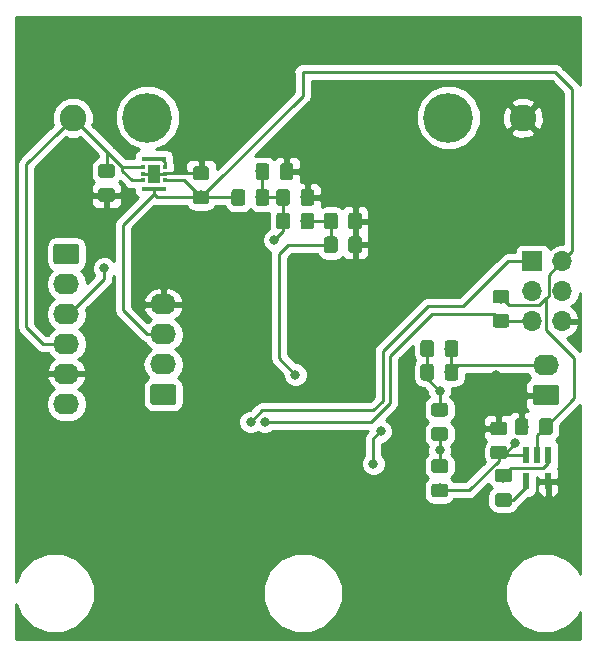
<source format=gbr>
G04 #@! TF.GenerationSoftware,KiCad,Pcbnew,5.0.1*
G04 #@! TF.CreationDate,2019-02-12T16:04:37-06:00*
G04 #@! TF.ProjectId,EFM,45464D2E6B696361645F706362000000,rev?*
G04 #@! TF.SameCoordinates,Original*
G04 #@! TF.FileFunction,Copper,L2,Bot,Signal*
G04 #@! TF.FilePolarity,Positive*
%FSLAX46Y46*%
G04 Gerber Fmt 4.6, Leading zero omitted, Abs format (unit mm)*
G04 Created by KiCad (PCBNEW 5.0.1) date Tue 12 Feb 2019 04:04:37 PM CST*
%MOMM*%
%LPD*%
G01*
G04 APERTURE LIST*
G04 #@! TA.AperFunction,Conductor*
%ADD10C,0.100000*%
G04 #@! TD*
G04 #@! TA.AperFunction,SMDPad,CuDef*
%ADD11C,1.150000*%
G04 #@! TD*
G04 #@! TA.AperFunction,ComponentPad*
%ADD12C,1.740000*%
G04 #@! TD*
G04 #@! TA.AperFunction,ComponentPad*
%ADD13O,2.200000X1.740000*%
G04 #@! TD*
G04 #@! TA.AperFunction,ComponentPad*
%ADD14C,2.250000*%
G04 #@! TD*
G04 #@! TA.AperFunction,ComponentPad*
%ADD15C,4.216000*%
G04 #@! TD*
G04 #@! TA.AperFunction,SMDPad,CuDef*
%ADD16R,0.558800X1.473200*%
G04 #@! TD*
G04 #@! TA.AperFunction,SMDPad,CuDef*
%ADD17R,1.100000X1.500000*%
G04 #@! TD*
G04 #@! TA.AperFunction,SMDPad,CuDef*
%ADD18R,0.375000X0.350000*%
G04 #@! TD*
G04 #@! TA.AperFunction,SMDPad,CuDef*
%ADD19R,2.100000X0.350000*%
G04 #@! TD*
G04 #@! TA.AperFunction,ComponentPad*
%ADD20R,1.700000X1.700000*%
G04 #@! TD*
G04 #@! TA.AperFunction,ComponentPad*
%ADD21O,1.700000X1.700000*%
G04 #@! TD*
G04 #@! TA.AperFunction,ViaPad*
%ADD22C,0.800000*%
G04 #@! TD*
G04 #@! TA.AperFunction,Conductor*
%ADD23C,0.250000*%
G04 #@! TD*
G04 #@! TA.AperFunction,Conductor*
%ADD24C,0.254000*%
G04 #@! TD*
G04 APERTURE END LIST*
D10*
G04 #@! TO.N,/-2.8V*
G04 #@! TO.C,C1*
G36*
X237074505Y-70026204D02*
X237098773Y-70029804D01*
X237122572Y-70035765D01*
X237145671Y-70044030D01*
X237167850Y-70054520D01*
X237188893Y-70067132D01*
X237208599Y-70081747D01*
X237226777Y-70098223D01*
X237243253Y-70116401D01*
X237257868Y-70136107D01*
X237270480Y-70157150D01*
X237280970Y-70179329D01*
X237289235Y-70202428D01*
X237295196Y-70226227D01*
X237298796Y-70250495D01*
X237300000Y-70274999D01*
X237300000Y-70925001D01*
X237298796Y-70949505D01*
X237295196Y-70973773D01*
X237289235Y-70997572D01*
X237280970Y-71020671D01*
X237270480Y-71042850D01*
X237257868Y-71063893D01*
X237243253Y-71083599D01*
X237226777Y-71101777D01*
X237208599Y-71118253D01*
X237188893Y-71132868D01*
X237167850Y-71145480D01*
X237145671Y-71155970D01*
X237122572Y-71164235D01*
X237098773Y-71170196D01*
X237074505Y-71173796D01*
X237050001Y-71175000D01*
X236149999Y-71175000D01*
X236125495Y-71173796D01*
X236101227Y-71170196D01*
X236077428Y-71164235D01*
X236054329Y-71155970D01*
X236032150Y-71145480D01*
X236011107Y-71132868D01*
X235991401Y-71118253D01*
X235973223Y-71101777D01*
X235956747Y-71083599D01*
X235942132Y-71063893D01*
X235929520Y-71042850D01*
X235919030Y-71020671D01*
X235910765Y-70997572D01*
X235904804Y-70973773D01*
X235901204Y-70949505D01*
X235900000Y-70925001D01*
X235900000Y-70274999D01*
X235901204Y-70250495D01*
X235904804Y-70226227D01*
X235910765Y-70202428D01*
X235919030Y-70179329D01*
X235929520Y-70157150D01*
X235942132Y-70136107D01*
X235956747Y-70116401D01*
X235973223Y-70098223D01*
X235991401Y-70081747D01*
X236011107Y-70067132D01*
X236032150Y-70054520D01*
X236054329Y-70044030D01*
X236077428Y-70035765D01*
X236101227Y-70029804D01*
X236125495Y-70026204D01*
X236149999Y-70025000D01*
X237050001Y-70025000D01*
X237074505Y-70026204D01*
X237074505Y-70026204D01*
G37*
D11*
G04 #@! TD*
G04 #@! TO.P,C1,2*
G04 #@! TO.N,/-2.8V*
X236600000Y-70600000D03*
D10*
G04 #@! TO.N,GND*
G04 #@! TO.C,C1*
G36*
X237074505Y-67976204D02*
X237098773Y-67979804D01*
X237122572Y-67985765D01*
X237145671Y-67994030D01*
X237167850Y-68004520D01*
X237188893Y-68017132D01*
X237208599Y-68031747D01*
X237226777Y-68048223D01*
X237243253Y-68066401D01*
X237257868Y-68086107D01*
X237270480Y-68107150D01*
X237280970Y-68129329D01*
X237289235Y-68152428D01*
X237295196Y-68176227D01*
X237298796Y-68200495D01*
X237300000Y-68224999D01*
X237300000Y-68875001D01*
X237298796Y-68899505D01*
X237295196Y-68923773D01*
X237289235Y-68947572D01*
X237280970Y-68970671D01*
X237270480Y-68992850D01*
X237257868Y-69013893D01*
X237243253Y-69033599D01*
X237226777Y-69051777D01*
X237208599Y-69068253D01*
X237188893Y-69082868D01*
X237167850Y-69095480D01*
X237145671Y-69105970D01*
X237122572Y-69114235D01*
X237098773Y-69120196D01*
X237074505Y-69123796D01*
X237050001Y-69125000D01*
X236149999Y-69125000D01*
X236125495Y-69123796D01*
X236101227Y-69120196D01*
X236077428Y-69114235D01*
X236054329Y-69105970D01*
X236032150Y-69095480D01*
X236011107Y-69082868D01*
X235991401Y-69068253D01*
X235973223Y-69051777D01*
X235956747Y-69033599D01*
X235942132Y-69013893D01*
X235929520Y-68992850D01*
X235919030Y-68970671D01*
X235910765Y-68947572D01*
X235904804Y-68923773D01*
X235901204Y-68899505D01*
X235900000Y-68875001D01*
X235900000Y-68224999D01*
X235901204Y-68200495D01*
X235904804Y-68176227D01*
X235910765Y-68152428D01*
X235919030Y-68129329D01*
X235929520Y-68107150D01*
X235942132Y-68086107D01*
X235956747Y-68066401D01*
X235973223Y-68048223D01*
X235991401Y-68031747D01*
X236011107Y-68017132D01*
X236032150Y-68004520D01*
X236054329Y-67994030D01*
X236077428Y-67985765D01*
X236101227Y-67979804D01*
X236125495Y-67976204D01*
X236149999Y-67975000D01*
X237050001Y-67975000D01*
X237074505Y-67976204D01*
X237074505Y-67976204D01*
G37*
D11*
G04 #@! TD*
G04 #@! TO.P,C1,1*
G04 #@! TO.N,GND*
X236600000Y-68550000D03*
D10*
G04 #@! TO.N,/+2.8V*
G04 #@! TO.C,C2*
G36*
X240949505Y-67701204D02*
X240973773Y-67704804D01*
X240997572Y-67710765D01*
X241020671Y-67719030D01*
X241042850Y-67729520D01*
X241063893Y-67742132D01*
X241083599Y-67756747D01*
X241101777Y-67773223D01*
X241118253Y-67791401D01*
X241132868Y-67811107D01*
X241145480Y-67832150D01*
X241155970Y-67854329D01*
X241164235Y-67877428D01*
X241170196Y-67901227D01*
X241173796Y-67925495D01*
X241175000Y-67949999D01*
X241175000Y-68850001D01*
X241173796Y-68874505D01*
X241170196Y-68898773D01*
X241164235Y-68922572D01*
X241155970Y-68945671D01*
X241145480Y-68967850D01*
X241132868Y-68988893D01*
X241118253Y-69008599D01*
X241101777Y-69026777D01*
X241083599Y-69043253D01*
X241063893Y-69057868D01*
X241042850Y-69070480D01*
X241020671Y-69080970D01*
X240997572Y-69089235D01*
X240973773Y-69095196D01*
X240949505Y-69098796D01*
X240925001Y-69100000D01*
X240274999Y-69100000D01*
X240250495Y-69098796D01*
X240226227Y-69095196D01*
X240202428Y-69089235D01*
X240179329Y-69080970D01*
X240157150Y-69070480D01*
X240136107Y-69057868D01*
X240116401Y-69043253D01*
X240098223Y-69026777D01*
X240081747Y-69008599D01*
X240067132Y-68988893D01*
X240054520Y-68967850D01*
X240044030Y-68945671D01*
X240035765Y-68922572D01*
X240029804Y-68898773D01*
X240026204Y-68874505D01*
X240025000Y-68850001D01*
X240025000Y-67949999D01*
X240026204Y-67925495D01*
X240029804Y-67901227D01*
X240035765Y-67877428D01*
X240044030Y-67854329D01*
X240054520Y-67832150D01*
X240067132Y-67811107D01*
X240081747Y-67791401D01*
X240098223Y-67773223D01*
X240116401Y-67756747D01*
X240136107Y-67742132D01*
X240157150Y-67729520D01*
X240179329Y-67719030D01*
X240202428Y-67710765D01*
X240226227Y-67704804D01*
X240250495Y-67701204D01*
X240274999Y-67700000D01*
X240925001Y-67700000D01*
X240949505Y-67701204D01*
X240949505Y-67701204D01*
G37*
D11*
G04 #@! TD*
G04 #@! TO.P,C2,1*
G04 #@! TO.N,/+2.8V*
X240600000Y-68400000D03*
D10*
G04 #@! TO.N,GND*
G04 #@! TO.C,C2*
G36*
X238899505Y-67701204D02*
X238923773Y-67704804D01*
X238947572Y-67710765D01*
X238970671Y-67719030D01*
X238992850Y-67729520D01*
X239013893Y-67742132D01*
X239033599Y-67756747D01*
X239051777Y-67773223D01*
X239068253Y-67791401D01*
X239082868Y-67811107D01*
X239095480Y-67832150D01*
X239105970Y-67854329D01*
X239114235Y-67877428D01*
X239120196Y-67901227D01*
X239123796Y-67925495D01*
X239125000Y-67949999D01*
X239125000Y-68850001D01*
X239123796Y-68874505D01*
X239120196Y-68898773D01*
X239114235Y-68922572D01*
X239105970Y-68945671D01*
X239095480Y-68967850D01*
X239082868Y-68988893D01*
X239068253Y-69008599D01*
X239051777Y-69026777D01*
X239033599Y-69043253D01*
X239013893Y-69057868D01*
X238992850Y-69070480D01*
X238970671Y-69080970D01*
X238947572Y-69089235D01*
X238923773Y-69095196D01*
X238899505Y-69098796D01*
X238875001Y-69100000D01*
X238224999Y-69100000D01*
X238200495Y-69098796D01*
X238176227Y-69095196D01*
X238152428Y-69089235D01*
X238129329Y-69080970D01*
X238107150Y-69070480D01*
X238086107Y-69057868D01*
X238066401Y-69043253D01*
X238048223Y-69026777D01*
X238031747Y-69008599D01*
X238017132Y-68988893D01*
X238004520Y-68967850D01*
X237994030Y-68945671D01*
X237985765Y-68922572D01*
X237979804Y-68898773D01*
X237976204Y-68874505D01*
X237975000Y-68850001D01*
X237975000Y-67949999D01*
X237976204Y-67925495D01*
X237979804Y-67901227D01*
X237985765Y-67877428D01*
X237994030Y-67854329D01*
X238004520Y-67832150D01*
X238017132Y-67811107D01*
X238031747Y-67791401D01*
X238048223Y-67773223D01*
X238066401Y-67756747D01*
X238086107Y-67742132D01*
X238107150Y-67729520D01*
X238129329Y-67719030D01*
X238152428Y-67710765D01*
X238176227Y-67704804D01*
X238200495Y-67701204D01*
X238224999Y-67700000D01*
X238875001Y-67700000D01*
X238899505Y-67701204D01*
X238899505Y-67701204D01*
G37*
D11*
G04 #@! TD*
G04 #@! TO.P,C2,2*
G04 #@! TO.N,GND*
X238550000Y-68400000D03*
D10*
G04 #@! TO.N,Net-(C3-Pad1)*
G04 #@! TO.C,C3*
G36*
X230899505Y-61101204D02*
X230923773Y-61104804D01*
X230947572Y-61110765D01*
X230970671Y-61119030D01*
X230992850Y-61129520D01*
X231013893Y-61142132D01*
X231033599Y-61156747D01*
X231051777Y-61173223D01*
X231068253Y-61191401D01*
X231082868Y-61211107D01*
X231095480Y-61232150D01*
X231105970Y-61254329D01*
X231114235Y-61277428D01*
X231120196Y-61301227D01*
X231123796Y-61325495D01*
X231125000Y-61349999D01*
X231125000Y-62250001D01*
X231123796Y-62274505D01*
X231120196Y-62298773D01*
X231114235Y-62322572D01*
X231105970Y-62345671D01*
X231095480Y-62367850D01*
X231082868Y-62388893D01*
X231068253Y-62408599D01*
X231051777Y-62426777D01*
X231033599Y-62443253D01*
X231013893Y-62457868D01*
X230992850Y-62470480D01*
X230970671Y-62480970D01*
X230947572Y-62489235D01*
X230923773Y-62495196D01*
X230899505Y-62498796D01*
X230875001Y-62500000D01*
X230224999Y-62500000D01*
X230200495Y-62498796D01*
X230176227Y-62495196D01*
X230152428Y-62489235D01*
X230129329Y-62480970D01*
X230107150Y-62470480D01*
X230086107Y-62457868D01*
X230066401Y-62443253D01*
X230048223Y-62426777D01*
X230031747Y-62408599D01*
X230017132Y-62388893D01*
X230004520Y-62367850D01*
X229994030Y-62345671D01*
X229985765Y-62322572D01*
X229979804Y-62298773D01*
X229976204Y-62274505D01*
X229975000Y-62250001D01*
X229975000Y-61349999D01*
X229976204Y-61325495D01*
X229979804Y-61301227D01*
X229985765Y-61277428D01*
X229994030Y-61254329D01*
X230004520Y-61232150D01*
X230017132Y-61211107D01*
X230031747Y-61191401D01*
X230048223Y-61173223D01*
X230066401Y-61156747D01*
X230086107Y-61142132D01*
X230107150Y-61129520D01*
X230129329Y-61119030D01*
X230152428Y-61110765D01*
X230176227Y-61104804D01*
X230200495Y-61101204D01*
X230224999Y-61100000D01*
X230875001Y-61100000D01*
X230899505Y-61101204D01*
X230899505Y-61101204D01*
G37*
D11*
G04 #@! TD*
G04 #@! TO.P,C3,1*
G04 #@! TO.N,Net-(C3-Pad1)*
X230550000Y-61800000D03*
D10*
G04 #@! TO.N,/S1*
G04 #@! TO.C,C3*
G36*
X232949505Y-61101204D02*
X232973773Y-61104804D01*
X232997572Y-61110765D01*
X233020671Y-61119030D01*
X233042850Y-61129520D01*
X233063893Y-61142132D01*
X233083599Y-61156747D01*
X233101777Y-61173223D01*
X233118253Y-61191401D01*
X233132868Y-61211107D01*
X233145480Y-61232150D01*
X233155970Y-61254329D01*
X233164235Y-61277428D01*
X233170196Y-61301227D01*
X233173796Y-61325495D01*
X233175000Y-61349999D01*
X233175000Y-62250001D01*
X233173796Y-62274505D01*
X233170196Y-62298773D01*
X233164235Y-62322572D01*
X233155970Y-62345671D01*
X233145480Y-62367850D01*
X233132868Y-62388893D01*
X233118253Y-62408599D01*
X233101777Y-62426777D01*
X233083599Y-62443253D01*
X233063893Y-62457868D01*
X233042850Y-62470480D01*
X233020671Y-62480970D01*
X232997572Y-62489235D01*
X232973773Y-62495196D01*
X232949505Y-62498796D01*
X232925001Y-62500000D01*
X232274999Y-62500000D01*
X232250495Y-62498796D01*
X232226227Y-62495196D01*
X232202428Y-62489235D01*
X232179329Y-62480970D01*
X232157150Y-62470480D01*
X232136107Y-62457868D01*
X232116401Y-62443253D01*
X232098223Y-62426777D01*
X232081747Y-62408599D01*
X232067132Y-62388893D01*
X232054520Y-62367850D01*
X232044030Y-62345671D01*
X232035765Y-62322572D01*
X232029804Y-62298773D01*
X232026204Y-62274505D01*
X232025000Y-62250001D01*
X232025000Y-61349999D01*
X232026204Y-61325495D01*
X232029804Y-61301227D01*
X232035765Y-61277428D01*
X232044030Y-61254329D01*
X232054520Y-61232150D01*
X232067132Y-61211107D01*
X232081747Y-61191401D01*
X232098223Y-61173223D01*
X232116401Y-61156747D01*
X232136107Y-61142132D01*
X232157150Y-61129520D01*
X232179329Y-61119030D01*
X232202428Y-61110765D01*
X232226227Y-61104804D01*
X232250495Y-61101204D01*
X232274999Y-61100000D01*
X232925001Y-61100000D01*
X232949505Y-61101204D01*
X232949505Y-61101204D01*
G37*
D11*
G04 #@! TD*
G04 #@! TO.P,C3,2*
G04 #@! TO.N,/S1*
X232600000Y-61800000D03*
D10*
G04 #@! TO.N,/BATT*
G04 #@! TO.C,C4*
G36*
X203874505Y-46176204D02*
X203898773Y-46179804D01*
X203922572Y-46185765D01*
X203945671Y-46194030D01*
X203967850Y-46204520D01*
X203988893Y-46217132D01*
X204008599Y-46231747D01*
X204026777Y-46248223D01*
X204043253Y-46266401D01*
X204057868Y-46286107D01*
X204070480Y-46307150D01*
X204080970Y-46329329D01*
X204089235Y-46352428D01*
X204095196Y-46376227D01*
X204098796Y-46400495D01*
X204100000Y-46424999D01*
X204100000Y-47075001D01*
X204098796Y-47099505D01*
X204095196Y-47123773D01*
X204089235Y-47147572D01*
X204080970Y-47170671D01*
X204070480Y-47192850D01*
X204057868Y-47213893D01*
X204043253Y-47233599D01*
X204026777Y-47251777D01*
X204008599Y-47268253D01*
X203988893Y-47282868D01*
X203967850Y-47295480D01*
X203945671Y-47305970D01*
X203922572Y-47314235D01*
X203898773Y-47320196D01*
X203874505Y-47323796D01*
X203850001Y-47325000D01*
X202949999Y-47325000D01*
X202925495Y-47323796D01*
X202901227Y-47320196D01*
X202877428Y-47314235D01*
X202854329Y-47305970D01*
X202832150Y-47295480D01*
X202811107Y-47282868D01*
X202791401Y-47268253D01*
X202773223Y-47251777D01*
X202756747Y-47233599D01*
X202742132Y-47213893D01*
X202729520Y-47192850D01*
X202719030Y-47170671D01*
X202710765Y-47147572D01*
X202704804Y-47123773D01*
X202701204Y-47099505D01*
X202700000Y-47075001D01*
X202700000Y-46424999D01*
X202701204Y-46400495D01*
X202704804Y-46376227D01*
X202710765Y-46352428D01*
X202719030Y-46329329D01*
X202729520Y-46307150D01*
X202742132Y-46286107D01*
X202756747Y-46266401D01*
X202773223Y-46248223D01*
X202791401Y-46231747D01*
X202811107Y-46217132D01*
X202832150Y-46204520D01*
X202854329Y-46194030D01*
X202877428Y-46185765D01*
X202901227Y-46179804D01*
X202925495Y-46176204D01*
X202949999Y-46175000D01*
X203850001Y-46175000D01*
X203874505Y-46176204D01*
X203874505Y-46176204D01*
G37*
D11*
G04 #@! TD*
G04 #@! TO.P,C4,1*
G04 #@! TO.N,/BATT*
X203400000Y-46750000D03*
D10*
G04 #@! TO.N,GND*
G04 #@! TO.C,C4*
G36*
X203874505Y-48226204D02*
X203898773Y-48229804D01*
X203922572Y-48235765D01*
X203945671Y-48244030D01*
X203967850Y-48254520D01*
X203988893Y-48267132D01*
X204008599Y-48281747D01*
X204026777Y-48298223D01*
X204043253Y-48316401D01*
X204057868Y-48336107D01*
X204070480Y-48357150D01*
X204080970Y-48379329D01*
X204089235Y-48402428D01*
X204095196Y-48426227D01*
X204098796Y-48450495D01*
X204100000Y-48474999D01*
X204100000Y-49125001D01*
X204098796Y-49149505D01*
X204095196Y-49173773D01*
X204089235Y-49197572D01*
X204080970Y-49220671D01*
X204070480Y-49242850D01*
X204057868Y-49263893D01*
X204043253Y-49283599D01*
X204026777Y-49301777D01*
X204008599Y-49318253D01*
X203988893Y-49332868D01*
X203967850Y-49345480D01*
X203945671Y-49355970D01*
X203922572Y-49364235D01*
X203898773Y-49370196D01*
X203874505Y-49373796D01*
X203850001Y-49375000D01*
X202949999Y-49375000D01*
X202925495Y-49373796D01*
X202901227Y-49370196D01*
X202877428Y-49364235D01*
X202854329Y-49355970D01*
X202832150Y-49345480D01*
X202811107Y-49332868D01*
X202791401Y-49318253D01*
X202773223Y-49301777D01*
X202756747Y-49283599D01*
X202742132Y-49263893D01*
X202729520Y-49242850D01*
X202719030Y-49220671D01*
X202710765Y-49197572D01*
X202704804Y-49173773D01*
X202701204Y-49149505D01*
X202700000Y-49125001D01*
X202700000Y-48474999D01*
X202701204Y-48450495D01*
X202704804Y-48426227D01*
X202710765Y-48402428D01*
X202719030Y-48379329D01*
X202729520Y-48357150D01*
X202742132Y-48336107D01*
X202756747Y-48316401D01*
X202773223Y-48298223D01*
X202791401Y-48281747D01*
X202811107Y-48267132D01*
X202832150Y-48254520D01*
X202854329Y-48244030D01*
X202877428Y-48235765D01*
X202901227Y-48229804D01*
X202925495Y-48226204D01*
X202949999Y-48225000D01*
X203850001Y-48225000D01*
X203874505Y-48226204D01*
X203874505Y-48226204D01*
G37*
D11*
G04 #@! TD*
G04 #@! TO.P,C4,2*
G04 #@! TO.N,GND*
X203400000Y-48800000D03*
D10*
G04 #@! TO.N,/+2.8V*
G04 #@! TO.C,C5*
G36*
X211874505Y-48426204D02*
X211898773Y-48429804D01*
X211922572Y-48435765D01*
X211945671Y-48444030D01*
X211967850Y-48454520D01*
X211988893Y-48467132D01*
X212008599Y-48481747D01*
X212026777Y-48498223D01*
X212043253Y-48516401D01*
X212057868Y-48536107D01*
X212070480Y-48557150D01*
X212080970Y-48579329D01*
X212089235Y-48602428D01*
X212095196Y-48626227D01*
X212098796Y-48650495D01*
X212100000Y-48674999D01*
X212100000Y-49325001D01*
X212098796Y-49349505D01*
X212095196Y-49373773D01*
X212089235Y-49397572D01*
X212080970Y-49420671D01*
X212070480Y-49442850D01*
X212057868Y-49463893D01*
X212043253Y-49483599D01*
X212026777Y-49501777D01*
X212008599Y-49518253D01*
X211988893Y-49532868D01*
X211967850Y-49545480D01*
X211945671Y-49555970D01*
X211922572Y-49564235D01*
X211898773Y-49570196D01*
X211874505Y-49573796D01*
X211850001Y-49575000D01*
X210949999Y-49575000D01*
X210925495Y-49573796D01*
X210901227Y-49570196D01*
X210877428Y-49564235D01*
X210854329Y-49555970D01*
X210832150Y-49545480D01*
X210811107Y-49532868D01*
X210791401Y-49518253D01*
X210773223Y-49501777D01*
X210756747Y-49483599D01*
X210742132Y-49463893D01*
X210729520Y-49442850D01*
X210719030Y-49420671D01*
X210710765Y-49397572D01*
X210704804Y-49373773D01*
X210701204Y-49349505D01*
X210700000Y-49325001D01*
X210700000Y-48674999D01*
X210701204Y-48650495D01*
X210704804Y-48626227D01*
X210710765Y-48602428D01*
X210719030Y-48579329D01*
X210729520Y-48557150D01*
X210742132Y-48536107D01*
X210756747Y-48516401D01*
X210773223Y-48498223D01*
X210791401Y-48481747D01*
X210811107Y-48467132D01*
X210832150Y-48454520D01*
X210854329Y-48444030D01*
X210877428Y-48435765D01*
X210901227Y-48429804D01*
X210925495Y-48426204D01*
X210949999Y-48425000D01*
X211850001Y-48425000D01*
X211874505Y-48426204D01*
X211874505Y-48426204D01*
G37*
D11*
G04 #@! TD*
G04 #@! TO.P,C5,2*
G04 #@! TO.N,/+2.8V*
X211400000Y-49000000D03*
D10*
G04 #@! TO.N,GND*
G04 #@! TO.C,C5*
G36*
X211874505Y-46376204D02*
X211898773Y-46379804D01*
X211922572Y-46385765D01*
X211945671Y-46394030D01*
X211967850Y-46404520D01*
X211988893Y-46417132D01*
X212008599Y-46431747D01*
X212026777Y-46448223D01*
X212043253Y-46466401D01*
X212057868Y-46486107D01*
X212070480Y-46507150D01*
X212080970Y-46529329D01*
X212089235Y-46552428D01*
X212095196Y-46576227D01*
X212098796Y-46600495D01*
X212100000Y-46624999D01*
X212100000Y-47275001D01*
X212098796Y-47299505D01*
X212095196Y-47323773D01*
X212089235Y-47347572D01*
X212080970Y-47370671D01*
X212070480Y-47392850D01*
X212057868Y-47413893D01*
X212043253Y-47433599D01*
X212026777Y-47451777D01*
X212008599Y-47468253D01*
X211988893Y-47482868D01*
X211967850Y-47495480D01*
X211945671Y-47505970D01*
X211922572Y-47514235D01*
X211898773Y-47520196D01*
X211874505Y-47523796D01*
X211850001Y-47525000D01*
X210949999Y-47525000D01*
X210925495Y-47523796D01*
X210901227Y-47520196D01*
X210877428Y-47514235D01*
X210854329Y-47505970D01*
X210832150Y-47495480D01*
X210811107Y-47482868D01*
X210791401Y-47468253D01*
X210773223Y-47451777D01*
X210756747Y-47433599D01*
X210742132Y-47413893D01*
X210729520Y-47392850D01*
X210719030Y-47370671D01*
X210710765Y-47347572D01*
X210704804Y-47323773D01*
X210701204Y-47299505D01*
X210700000Y-47275001D01*
X210700000Y-46624999D01*
X210701204Y-46600495D01*
X210704804Y-46576227D01*
X210710765Y-46552428D01*
X210719030Y-46529329D01*
X210729520Y-46507150D01*
X210742132Y-46486107D01*
X210756747Y-46466401D01*
X210773223Y-46448223D01*
X210791401Y-46431747D01*
X210811107Y-46417132D01*
X210832150Y-46404520D01*
X210854329Y-46394030D01*
X210877428Y-46385765D01*
X210901227Y-46379804D01*
X210925495Y-46376204D01*
X210949999Y-46375000D01*
X211850001Y-46375000D01*
X211874505Y-46376204D01*
X211874505Y-46376204D01*
G37*
D11*
G04 #@! TD*
G04 #@! TO.P,C5,1*
G04 #@! TO.N,GND*
X211400000Y-46950000D03*
D10*
G04 #@! TO.N,Net-(C6-Pad1)*
G04 #@! TO.C,C6*
G36*
X237474505Y-74026204D02*
X237498773Y-74029804D01*
X237522572Y-74035765D01*
X237545671Y-74044030D01*
X237567850Y-74054520D01*
X237588893Y-74067132D01*
X237608599Y-74081747D01*
X237626777Y-74098223D01*
X237643253Y-74116401D01*
X237657868Y-74136107D01*
X237670480Y-74157150D01*
X237680970Y-74179329D01*
X237689235Y-74202428D01*
X237695196Y-74226227D01*
X237698796Y-74250495D01*
X237700000Y-74274999D01*
X237700000Y-74925001D01*
X237698796Y-74949505D01*
X237695196Y-74973773D01*
X237689235Y-74997572D01*
X237680970Y-75020671D01*
X237670480Y-75042850D01*
X237657868Y-75063893D01*
X237643253Y-75083599D01*
X237626777Y-75101777D01*
X237608599Y-75118253D01*
X237588893Y-75132868D01*
X237567850Y-75145480D01*
X237545671Y-75155970D01*
X237522572Y-75164235D01*
X237498773Y-75170196D01*
X237474505Y-75173796D01*
X237450001Y-75175000D01*
X236549999Y-75175000D01*
X236525495Y-75173796D01*
X236501227Y-75170196D01*
X236477428Y-75164235D01*
X236454329Y-75155970D01*
X236432150Y-75145480D01*
X236411107Y-75132868D01*
X236391401Y-75118253D01*
X236373223Y-75101777D01*
X236356747Y-75083599D01*
X236342132Y-75063893D01*
X236329520Y-75042850D01*
X236319030Y-75020671D01*
X236310765Y-74997572D01*
X236304804Y-74973773D01*
X236301204Y-74949505D01*
X236300000Y-74925001D01*
X236300000Y-74274999D01*
X236301204Y-74250495D01*
X236304804Y-74226227D01*
X236310765Y-74202428D01*
X236319030Y-74179329D01*
X236329520Y-74157150D01*
X236342132Y-74136107D01*
X236356747Y-74116401D01*
X236373223Y-74098223D01*
X236391401Y-74081747D01*
X236411107Y-74067132D01*
X236432150Y-74054520D01*
X236454329Y-74044030D01*
X236477428Y-74035765D01*
X236501227Y-74029804D01*
X236525495Y-74026204D01*
X236549999Y-74025000D01*
X237450001Y-74025000D01*
X237474505Y-74026204D01*
X237474505Y-74026204D01*
G37*
D11*
G04 #@! TD*
G04 #@! TO.P,C6,1*
G04 #@! TO.N,Net-(C6-Pad1)*
X237000000Y-74600000D03*
D10*
G04 #@! TO.N,Net-(C6-Pad2)*
G04 #@! TO.C,C6*
G36*
X237474505Y-71976204D02*
X237498773Y-71979804D01*
X237522572Y-71985765D01*
X237545671Y-71994030D01*
X237567850Y-72004520D01*
X237588893Y-72017132D01*
X237608599Y-72031747D01*
X237626777Y-72048223D01*
X237643253Y-72066401D01*
X237657868Y-72086107D01*
X237670480Y-72107150D01*
X237680970Y-72129329D01*
X237689235Y-72152428D01*
X237695196Y-72176227D01*
X237698796Y-72200495D01*
X237700000Y-72224999D01*
X237700000Y-72875001D01*
X237698796Y-72899505D01*
X237695196Y-72923773D01*
X237689235Y-72947572D01*
X237680970Y-72970671D01*
X237670480Y-72992850D01*
X237657868Y-73013893D01*
X237643253Y-73033599D01*
X237626777Y-73051777D01*
X237608599Y-73068253D01*
X237588893Y-73082868D01*
X237567850Y-73095480D01*
X237545671Y-73105970D01*
X237522572Y-73114235D01*
X237498773Y-73120196D01*
X237474505Y-73123796D01*
X237450001Y-73125000D01*
X236549999Y-73125000D01*
X236525495Y-73123796D01*
X236501227Y-73120196D01*
X236477428Y-73114235D01*
X236454329Y-73105970D01*
X236432150Y-73095480D01*
X236411107Y-73082868D01*
X236391401Y-73068253D01*
X236373223Y-73051777D01*
X236356747Y-73033599D01*
X236342132Y-73013893D01*
X236329520Y-72992850D01*
X236319030Y-72970671D01*
X236310765Y-72947572D01*
X236304804Y-72923773D01*
X236301204Y-72899505D01*
X236300000Y-72875001D01*
X236300000Y-72224999D01*
X236301204Y-72200495D01*
X236304804Y-72176227D01*
X236310765Y-72152428D01*
X236319030Y-72129329D01*
X236329520Y-72107150D01*
X236342132Y-72086107D01*
X236356747Y-72066401D01*
X236373223Y-72048223D01*
X236391401Y-72031747D01*
X236411107Y-72017132D01*
X236432150Y-72004520D01*
X236454329Y-71994030D01*
X236477428Y-71985765D01*
X236501227Y-71979804D01*
X236525495Y-71976204D01*
X236549999Y-71975000D01*
X237450001Y-71975000D01*
X237474505Y-71976204D01*
X237474505Y-71976204D01*
G37*
D11*
G04 #@! TD*
G04 #@! TO.P,C6,2*
G04 #@! TO.N,Net-(C6-Pad2)*
X237000000Y-72550000D03*
D10*
G04 #@! TO.N,GND*
G04 #@! TO.C,C7*
G36*
X218999505Y-46101204D02*
X219023773Y-46104804D01*
X219047572Y-46110765D01*
X219070671Y-46119030D01*
X219092850Y-46129520D01*
X219113893Y-46142132D01*
X219133599Y-46156747D01*
X219151777Y-46173223D01*
X219168253Y-46191401D01*
X219182868Y-46211107D01*
X219195480Y-46232150D01*
X219205970Y-46254329D01*
X219214235Y-46277428D01*
X219220196Y-46301227D01*
X219223796Y-46325495D01*
X219225000Y-46349999D01*
X219225000Y-47250001D01*
X219223796Y-47274505D01*
X219220196Y-47298773D01*
X219214235Y-47322572D01*
X219205970Y-47345671D01*
X219195480Y-47367850D01*
X219182868Y-47388893D01*
X219168253Y-47408599D01*
X219151777Y-47426777D01*
X219133599Y-47443253D01*
X219113893Y-47457868D01*
X219092850Y-47470480D01*
X219070671Y-47480970D01*
X219047572Y-47489235D01*
X219023773Y-47495196D01*
X218999505Y-47498796D01*
X218975001Y-47500000D01*
X218324999Y-47500000D01*
X218300495Y-47498796D01*
X218276227Y-47495196D01*
X218252428Y-47489235D01*
X218229329Y-47480970D01*
X218207150Y-47470480D01*
X218186107Y-47457868D01*
X218166401Y-47443253D01*
X218148223Y-47426777D01*
X218131747Y-47408599D01*
X218117132Y-47388893D01*
X218104520Y-47367850D01*
X218094030Y-47345671D01*
X218085765Y-47322572D01*
X218079804Y-47298773D01*
X218076204Y-47274505D01*
X218075000Y-47250001D01*
X218075000Y-46349999D01*
X218076204Y-46325495D01*
X218079804Y-46301227D01*
X218085765Y-46277428D01*
X218094030Y-46254329D01*
X218104520Y-46232150D01*
X218117132Y-46211107D01*
X218131747Y-46191401D01*
X218148223Y-46173223D01*
X218166401Y-46156747D01*
X218186107Y-46142132D01*
X218207150Y-46129520D01*
X218229329Y-46119030D01*
X218252428Y-46110765D01*
X218276227Y-46104804D01*
X218300495Y-46101204D01*
X218324999Y-46100000D01*
X218975001Y-46100000D01*
X218999505Y-46101204D01*
X218999505Y-46101204D01*
G37*
D11*
G04 #@! TD*
G04 #@! TO.P,C7,2*
G04 #@! TO.N,GND*
X218650000Y-46800000D03*
D10*
G04 #@! TO.N,Net-(C7-Pad1)*
G04 #@! TO.C,C7*
G36*
X216949505Y-46101204D02*
X216973773Y-46104804D01*
X216997572Y-46110765D01*
X217020671Y-46119030D01*
X217042850Y-46129520D01*
X217063893Y-46142132D01*
X217083599Y-46156747D01*
X217101777Y-46173223D01*
X217118253Y-46191401D01*
X217132868Y-46211107D01*
X217145480Y-46232150D01*
X217155970Y-46254329D01*
X217164235Y-46277428D01*
X217170196Y-46301227D01*
X217173796Y-46325495D01*
X217175000Y-46349999D01*
X217175000Y-47250001D01*
X217173796Y-47274505D01*
X217170196Y-47298773D01*
X217164235Y-47322572D01*
X217155970Y-47345671D01*
X217145480Y-47367850D01*
X217132868Y-47388893D01*
X217118253Y-47408599D01*
X217101777Y-47426777D01*
X217083599Y-47443253D01*
X217063893Y-47457868D01*
X217042850Y-47470480D01*
X217020671Y-47480970D01*
X216997572Y-47489235D01*
X216973773Y-47495196D01*
X216949505Y-47498796D01*
X216925001Y-47500000D01*
X216274999Y-47500000D01*
X216250495Y-47498796D01*
X216226227Y-47495196D01*
X216202428Y-47489235D01*
X216179329Y-47480970D01*
X216157150Y-47470480D01*
X216136107Y-47457868D01*
X216116401Y-47443253D01*
X216098223Y-47426777D01*
X216081747Y-47408599D01*
X216067132Y-47388893D01*
X216054520Y-47367850D01*
X216044030Y-47345671D01*
X216035765Y-47322572D01*
X216029804Y-47298773D01*
X216026204Y-47274505D01*
X216025000Y-47250001D01*
X216025000Y-46349999D01*
X216026204Y-46325495D01*
X216029804Y-46301227D01*
X216035765Y-46277428D01*
X216044030Y-46254329D01*
X216054520Y-46232150D01*
X216067132Y-46211107D01*
X216081747Y-46191401D01*
X216098223Y-46173223D01*
X216116401Y-46156747D01*
X216136107Y-46142132D01*
X216157150Y-46129520D01*
X216179329Y-46119030D01*
X216202428Y-46110765D01*
X216226227Y-46104804D01*
X216250495Y-46101204D01*
X216274999Y-46100000D01*
X216925001Y-46100000D01*
X216949505Y-46101204D01*
X216949505Y-46101204D01*
G37*
D11*
G04 #@! TD*
G04 #@! TO.P,C7,1*
G04 #@! TO.N,Net-(C7-Pad1)*
X216600000Y-46800000D03*
D10*
G04 #@! TO.N,GND*
G04 #@! TO.C,C8*
G36*
X220749505Y-48301204D02*
X220773773Y-48304804D01*
X220797572Y-48310765D01*
X220820671Y-48319030D01*
X220842850Y-48329520D01*
X220863893Y-48342132D01*
X220883599Y-48356747D01*
X220901777Y-48373223D01*
X220918253Y-48391401D01*
X220932868Y-48411107D01*
X220945480Y-48432150D01*
X220955970Y-48454329D01*
X220964235Y-48477428D01*
X220970196Y-48501227D01*
X220973796Y-48525495D01*
X220975000Y-48549999D01*
X220975000Y-49450001D01*
X220973796Y-49474505D01*
X220970196Y-49498773D01*
X220964235Y-49522572D01*
X220955970Y-49545671D01*
X220945480Y-49567850D01*
X220932868Y-49588893D01*
X220918253Y-49608599D01*
X220901777Y-49626777D01*
X220883599Y-49643253D01*
X220863893Y-49657868D01*
X220842850Y-49670480D01*
X220820671Y-49680970D01*
X220797572Y-49689235D01*
X220773773Y-49695196D01*
X220749505Y-49698796D01*
X220725001Y-49700000D01*
X220074999Y-49700000D01*
X220050495Y-49698796D01*
X220026227Y-49695196D01*
X220002428Y-49689235D01*
X219979329Y-49680970D01*
X219957150Y-49670480D01*
X219936107Y-49657868D01*
X219916401Y-49643253D01*
X219898223Y-49626777D01*
X219881747Y-49608599D01*
X219867132Y-49588893D01*
X219854520Y-49567850D01*
X219844030Y-49545671D01*
X219835765Y-49522572D01*
X219829804Y-49498773D01*
X219826204Y-49474505D01*
X219825000Y-49450001D01*
X219825000Y-48549999D01*
X219826204Y-48525495D01*
X219829804Y-48501227D01*
X219835765Y-48477428D01*
X219844030Y-48454329D01*
X219854520Y-48432150D01*
X219867132Y-48411107D01*
X219881747Y-48391401D01*
X219898223Y-48373223D01*
X219916401Y-48356747D01*
X219936107Y-48342132D01*
X219957150Y-48329520D01*
X219979329Y-48319030D01*
X220002428Y-48310765D01*
X220026227Y-48304804D01*
X220050495Y-48301204D01*
X220074999Y-48300000D01*
X220725001Y-48300000D01*
X220749505Y-48301204D01*
X220749505Y-48301204D01*
G37*
D11*
G04 #@! TD*
G04 #@! TO.P,C8,2*
G04 #@! TO.N,GND*
X220400000Y-49000000D03*
D10*
G04 #@! TO.N,Net-(C7-Pad1)*
G04 #@! TO.C,C8*
G36*
X218699505Y-48301204D02*
X218723773Y-48304804D01*
X218747572Y-48310765D01*
X218770671Y-48319030D01*
X218792850Y-48329520D01*
X218813893Y-48342132D01*
X218833599Y-48356747D01*
X218851777Y-48373223D01*
X218868253Y-48391401D01*
X218882868Y-48411107D01*
X218895480Y-48432150D01*
X218905970Y-48454329D01*
X218914235Y-48477428D01*
X218920196Y-48501227D01*
X218923796Y-48525495D01*
X218925000Y-48549999D01*
X218925000Y-49450001D01*
X218923796Y-49474505D01*
X218920196Y-49498773D01*
X218914235Y-49522572D01*
X218905970Y-49545671D01*
X218895480Y-49567850D01*
X218882868Y-49588893D01*
X218868253Y-49608599D01*
X218851777Y-49626777D01*
X218833599Y-49643253D01*
X218813893Y-49657868D01*
X218792850Y-49670480D01*
X218770671Y-49680970D01*
X218747572Y-49689235D01*
X218723773Y-49695196D01*
X218699505Y-49698796D01*
X218675001Y-49700000D01*
X218024999Y-49700000D01*
X218000495Y-49698796D01*
X217976227Y-49695196D01*
X217952428Y-49689235D01*
X217929329Y-49680970D01*
X217907150Y-49670480D01*
X217886107Y-49657868D01*
X217866401Y-49643253D01*
X217848223Y-49626777D01*
X217831747Y-49608599D01*
X217817132Y-49588893D01*
X217804520Y-49567850D01*
X217794030Y-49545671D01*
X217785765Y-49522572D01*
X217779804Y-49498773D01*
X217776204Y-49474505D01*
X217775000Y-49450001D01*
X217775000Y-48549999D01*
X217776204Y-48525495D01*
X217779804Y-48501227D01*
X217785765Y-48477428D01*
X217794030Y-48454329D01*
X217804520Y-48432150D01*
X217817132Y-48411107D01*
X217831747Y-48391401D01*
X217848223Y-48373223D01*
X217866401Y-48356747D01*
X217886107Y-48342132D01*
X217907150Y-48329520D01*
X217929329Y-48319030D01*
X217952428Y-48310765D01*
X217976227Y-48304804D01*
X218000495Y-48301204D01*
X218024999Y-48300000D01*
X218675001Y-48300000D01*
X218699505Y-48301204D01*
X218699505Y-48301204D01*
G37*
D11*
G04 #@! TD*
G04 #@! TO.P,C8,1*
G04 #@! TO.N,Net-(C7-Pad1)*
X218350000Y-49000000D03*
D10*
G04 #@! TO.N,GND*
G04 #@! TO.C,C9*
G36*
X224799505Y-50301204D02*
X224823773Y-50304804D01*
X224847572Y-50310765D01*
X224870671Y-50319030D01*
X224892850Y-50329520D01*
X224913893Y-50342132D01*
X224933599Y-50356747D01*
X224951777Y-50373223D01*
X224968253Y-50391401D01*
X224982868Y-50411107D01*
X224995480Y-50432150D01*
X225005970Y-50454329D01*
X225014235Y-50477428D01*
X225020196Y-50501227D01*
X225023796Y-50525495D01*
X225025000Y-50549999D01*
X225025000Y-51450001D01*
X225023796Y-51474505D01*
X225020196Y-51498773D01*
X225014235Y-51522572D01*
X225005970Y-51545671D01*
X224995480Y-51567850D01*
X224982868Y-51588893D01*
X224968253Y-51608599D01*
X224951777Y-51626777D01*
X224933599Y-51643253D01*
X224913893Y-51657868D01*
X224892850Y-51670480D01*
X224870671Y-51680970D01*
X224847572Y-51689235D01*
X224823773Y-51695196D01*
X224799505Y-51698796D01*
X224775001Y-51700000D01*
X224124999Y-51700000D01*
X224100495Y-51698796D01*
X224076227Y-51695196D01*
X224052428Y-51689235D01*
X224029329Y-51680970D01*
X224007150Y-51670480D01*
X223986107Y-51657868D01*
X223966401Y-51643253D01*
X223948223Y-51626777D01*
X223931747Y-51608599D01*
X223917132Y-51588893D01*
X223904520Y-51567850D01*
X223894030Y-51545671D01*
X223885765Y-51522572D01*
X223879804Y-51498773D01*
X223876204Y-51474505D01*
X223875000Y-51450001D01*
X223875000Y-50549999D01*
X223876204Y-50525495D01*
X223879804Y-50501227D01*
X223885765Y-50477428D01*
X223894030Y-50454329D01*
X223904520Y-50432150D01*
X223917132Y-50411107D01*
X223931747Y-50391401D01*
X223948223Y-50373223D01*
X223966401Y-50356747D01*
X223986107Y-50342132D01*
X224007150Y-50329520D01*
X224029329Y-50319030D01*
X224052428Y-50310765D01*
X224076227Y-50304804D01*
X224100495Y-50301204D01*
X224124999Y-50300000D01*
X224775001Y-50300000D01*
X224799505Y-50301204D01*
X224799505Y-50301204D01*
G37*
D11*
G04 #@! TD*
G04 #@! TO.P,C9,1*
G04 #@! TO.N,GND*
X224450000Y-51000000D03*
D10*
G04 #@! TO.N,Net-(C10-Pad2)*
G04 #@! TO.C,C9*
G36*
X222749505Y-50301204D02*
X222773773Y-50304804D01*
X222797572Y-50310765D01*
X222820671Y-50319030D01*
X222842850Y-50329520D01*
X222863893Y-50342132D01*
X222883599Y-50356747D01*
X222901777Y-50373223D01*
X222918253Y-50391401D01*
X222932868Y-50411107D01*
X222945480Y-50432150D01*
X222955970Y-50454329D01*
X222964235Y-50477428D01*
X222970196Y-50501227D01*
X222973796Y-50525495D01*
X222975000Y-50549999D01*
X222975000Y-51450001D01*
X222973796Y-51474505D01*
X222970196Y-51498773D01*
X222964235Y-51522572D01*
X222955970Y-51545671D01*
X222945480Y-51567850D01*
X222932868Y-51588893D01*
X222918253Y-51608599D01*
X222901777Y-51626777D01*
X222883599Y-51643253D01*
X222863893Y-51657868D01*
X222842850Y-51670480D01*
X222820671Y-51680970D01*
X222797572Y-51689235D01*
X222773773Y-51695196D01*
X222749505Y-51698796D01*
X222725001Y-51700000D01*
X222074999Y-51700000D01*
X222050495Y-51698796D01*
X222026227Y-51695196D01*
X222002428Y-51689235D01*
X221979329Y-51680970D01*
X221957150Y-51670480D01*
X221936107Y-51657868D01*
X221916401Y-51643253D01*
X221898223Y-51626777D01*
X221881747Y-51608599D01*
X221867132Y-51588893D01*
X221854520Y-51567850D01*
X221844030Y-51545671D01*
X221835765Y-51522572D01*
X221829804Y-51498773D01*
X221826204Y-51474505D01*
X221825000Y-51450001D01*
X221825000Y-50549999D01*
X221826204Y-50525495D01*
X221829804Y-50501227D01*
X221835765Y-50477428D01*
X221844030Y-50454329D01*
X221854520Y-50432150D01*
X221867132Y-50411107D01*
X221881747Y-50391401D01*
X221898223Y-50373223D01*
X221916401Y-50356747D01*
X221936107Y-50342132D01*
X221957150Y-50329520D01*
X221979329Y-50319030D01*
X222002428Y-50310765D01*
X222026227Y-50304804D01*
X222050495Y-50301204D01*
X222074999Y-50300000D01*
X222725001Y-50300000D01*
X222749505Y-50301204D01*
X222749505Y-50301204D01*
G37*
D11*
G04 #@! TD*
G04 #@! TO.P,C9,2*
G04 #@! TO.N,Net-(C10-Pad2)*
X222400000Y-51000000D03*
D10*
G04 #@! TO.N,Net-(C10-Pad2)*
G04 #@! TO.C,C10*
G36*
X222749505Y-52301204D02*
X222773773Y-52304804D01*
X222797572Y-52310765D01*
X222820671Y-52319030D01*
X222842850Y-52329520D01*
X222863893Y-52342132D01*
X222883599Y-52356747D01*
X222901777Y-52373223D01*
X222918253Y-52391401D01*
X222932868Y-52411107D01*
X222945480Y-52432150D01*
X222955970Y-52454329D01*
X222964235Y-52477428D01*
X222970196Y-52501227D01*
X222973796Y-52525495D01*
X222975000Y-52549999D01*
X222975000Y-53450001D01*
X222973796Y-53474505D01*
X222970196Y-53498773D01*
X222964235Y-53522572D01*
X222955970Y-53545671D01*
X222945480Y-53567850D01*
X222932868Y-53588893D01*
X222918253Y-53608599D01*
X222901777Y-53626777D01*
X222883599Y-53643253D01*
X222863893Y-53657868D01*
X222842850Y-53670480D01*
X222820671Y-53680970D01*
X222797572Y-53689235D01*
X222773773Y-53695196D01*
X222749505Y-53698796D01*
X222725001Y-53700000D01*
X222074999Y-53700000D01*
X222050495Y-53698796D01*
X222026227Y-53695196D01*
X222002428Y-53689235D01*
X221979329Y-53680970D01*
X221957150Y-53670480D01*
X221936107Y-53657868D01*
X221916401Y-53643253D01*
X221898223Y-53626777D01*
X221881747Y-53608599D01*
X221867132Y-53588893D01*
X221854520Y-53567850D01*
X221844030Y-53545671D01*
X221835765Y-53522572D01*
X221829804Y-53498773D01*
X221826204Y-53474505D01*
X221825000Y-53450001D01*
X221825000Y-52549999D01*
X221826204Y-52525495D01*
X221829804Y-52501227D01*
X221835765Y-52477428D01*
X221844030Y-52454329D01*
X221854520Y-52432150D01*
X221867132Y-52411107D01*
X221881747Y-52391401D01*
X221898223Y-52373223D01*
X221916401Y-52356747D01*
X221936107Y-52342132D01*
X221957150Y-52329520D01*
X221979329Y-52319030D01*
X222002428Y-52310765D01*
X222026227Y-52304804D01*
X222050495Y-52301204D01*
X222074999Y-52300000D01*
X222725001Y-52300000D01*
X222749505Y-52301204D01*
X222749505Y-52301204D01*
G37*
D11*
G04 #@! TD*
G04 #@! TO.P,C10,2*
G04 #@! TO.N,Net-(C10-Pad2)*
X222400000Y-53000000D03*
D10*
G04 #@! TO.N,GND*
G04 #@! TO.C,C10*
G36*
X224799505Y-52301204D02*
X224823773Y-52304804D01*
X224847572Y-52310765D01*
X224870671Y-52319030D01*
X224892850Y-52329520D01*
X224913893Y-52342132D01*
X224933599Y-52356747D01*
X224951777Y-52373223D01*
X224968253Y-52391401D01*
X224982868Y-52411107D01*
X224995480Y-52432150D01*
X225005970Y-52454329D01*
X225014235Y-52477428D01*
X225020196Y-52501227D01*
X225023796Y-52525495D01*
X225025000Y-52549999D01*
X225025000Y-53450001D01*
X225023796Y-53474505D01*
X225020196Y-53498773D01*
X225014235Y-53522572D01*
X225005970Y-53545671D01*
X224995480Y-53567850D01*
X224982868Y-53588893D01*
X224968253Y-53608599D01*
X224951777Y-53626777D01*
X224933599Y-53643253D01*
X224913893Y-53657868D01*
X224892850Y-53670480D01*
X224870671Y-53680970D01*
X224847572Y-53689235D01*
X224823773Y-53695196D01*
X224799505Y-53698796D01*
X224775001Y-53700000D01*
X224124999Y-53700000D01*
X224100495Y-53698796D01*
X224076227Y-53695196D01*
X224052428Y-53689235D01*
X224029329Y-53680970D01*
X224007150Y-53670480D01*
X223986107Y-53657868D01*
X223966401Y-53643253D01*
X223948223Y-53626777D01*
X223931747Y-53608599D01*
X223917132Y-53588893D01*
X223904520Y-53567850D01*
X223894030Y-53545671D01*
X223885765Y-53522572D01*
X223879804Y-53498773D01*
X223876204Y-53474505D01*
X223875000Y-53450001D01*
X223875000Y-52549999D01*
X223876204Y-52525495D01*
X223879804Y-52501227D01*
X223885765Y-52477428D01*
X223894030Y-52454329D01*
X223904520Y-52432150D01*
X223917132Y-52411107D01*
X223931747Y-52391401D01*
X223948223Y-52373223D01*
X223966401Y-52356747D01*
X223986107Y-52342132D01*
X224007150Y-52329520D01*
X224029329Y-52319030D01*
X224052428Y-52310765D01*
X224076227Y-52304804D01*
X224100495Y-52301204D01*
X224124999Y-52300000D01*
X224775001Y-52300000D01*
X224799505Y-52301204D01*
X224799505Y-52301204D01*
G37*
D11*
G04 #@! TD*
G04 #@! TO.P,C10,1*
G04 #@! TO.N,GND*
X224450000Y-53000000D03*
D10*
G04 #@! TO.N,Net-(C10-Pad2)*
G04 #@! TO.C,FB1*
G36*
X220749505Y-50301204D02*
X220773773Y-50304804D01*
X220797572Y-50310765D01*
X220820671Y-50319030D01*
X220842850Y-50329520D01*
X220863893Y-50342132D01*
X220883599Y-50356747D01*
X220901777Y-50373223D01*
X220918253Y-50391401D01*
X220932868Y-50411107D01*
X220945480Y-50432150D01*
X220955970Y-50454329D01*
X220964235Y-50477428D01*
X220970196Y-50501227D01*
X220973796Y-50525495D01*
X220975000Y-50549999D01*
X220975000Y-51450001D01*
X220973796Y-51474505D01*
X220970196Y-51498773D01*
X220964235Y-51522572D01*
X220955970Y-51545671D01*
X220945480Y-51567850D01*
X220932868Y-51588893D01*
X220918253Y-51608599D01*
X220901777Y-51626777D01*
X220883599Y-51643253D01*
X220863893Y-51657868D01*
X220842850Y-51670480D01*
X220820671Y-51680970D01*
X220797572Y-51689235D01*
X220773773Y-51695196D01*
X220749505Y-51698796D01*
X220725001Y-51700000D01*
X220074999Y-51700000D01*
X220050495Y-51698796D01*
X220026227Y-51695196D01*
X220002428Y-51689235D01*
X219979329Y-51680970D01*
X219957150Y-51670480D01*
X219936107Y-51657868D01*
X219916401Y-51643253D01*
X219898223Y-51626777D01*
X219881747Y-51608599D01*
X219867132Y-51588893D01*
X219854520Y-51567850D01*
X219844030Y-51545671D01*
X219835765Y-51522572D01*
X219829804Y-51498773D01*
X219826204Y-51474505D01*
X219825000Y-51450001D01*
X219825000Y-50549999D01*
X219826204Y-50525495D01*
X219829804Y-50501227D01*
X219835765Y-50477428D01*
X219844030Y-50454329D01*
X219854520Y-50432150D01*
X219867132Y-50411107D01*
X219881747Y-50391401D01*
X219898223Y-50373223D01*
X219916401Y-50356747D01*
X219936107Y-50342132D01*
X219957150Y-50329520D01*
X219979329Y-50319030D01*
X220002428Y-50310765D01*
X220026227Y-50304804D01*
X220050495Y-50301204D01*
X220074999Y-50300000D01*
X220725001Y-50300000D01*
X220749505Y-50301204D01*
X220749505Y-50301204D01*
G37*
D11*
G04 #@! TD*
G04 #@! TO.P,FB1,1*
G04 #@! TO.N,Net-(C10-Pad2)*
X220400000Y-51000000D03*
D10*
G04 #@! TO.N,Net-(C7-Pad1)*
G04 #@! TO.C,FB1*
G36*
X218699505Y-50301204D02*
X218723773Y-50304804D01*
X218747572Y-50310765D01*
X218770671Y-50319030D01*
X218792850Y-50329520D01*
X218813893Y-50342132D01*
X218833599Y-50356747D01*
X218851777Y-50373223D01*
X218868253Y-50391401D01*
X218882868Y-50411107D01*
X218895480Y-50432150D01*
X218905970Y-50454329D01*
X218914235Y-50477428D01*
X218920196Y-50501227D01*
X218923796Y-50525495D01*
X218925000Y-50549999D01*
X218925000Y-51450001D01*
X218923796Y-51474505D01*
X218920196Y-51498773D01*
X218914235Y-51522572D01*
X218905970Y-51545671D01*
X218895480Y-51567850D01*
X218882868Y-51588893D01*
X218868253Y-51608599D01*
X218851777Y-51626777D01*
X218833599Y-51643253D01*
X218813893Y-51657868D01*
X218792850Y-51670480D01*
X218770671Y-51680970D01*
X218747572Y-51689235D01*
X218723773Y-51695196D01*
X218699505Y-51698796D01*
X218675001Y-51700000D01*
X218024999Y-51700000D01*
X218000495Y-51698796D01*
X217976227Y-51695196D01*
X217952428Y-51689235D01*
X217929329Y-51680970D01*
X217907150Y-51670480D01*
X217886107Y-51657868D01*
X217866401Y-51643253D01*
X217848223Y-51626777D01*
X217831747Y-51608599D01*
X217817132Y-51588893D01*
X217804520Y-51567850D01*
X217794030Y-51545671D01*
X217785765Y-51522572D01*
X217779804Y-51498773D01*
X217776204Y-51474505D01*
X217775000Y-51450001D01*
X217775000Y-50549999D01*
X217776204Y-50525495D01*
X217779804Y-50501227D01*
X217785765Y-50477428D01*
X217794030Y-50454329D01*
X217804520Y-50432150D01*
X217817132Y-50411107D01*
X217831747Y-50391401D01*
X217848223Y-50373223D01*
X217866401Y-50356747D01*
X217886107Y-50342132D01*
X217907150Y-50329520D01*
X217929329Y-50319030D01*
X217952428Y-50310765D01*
X217976227Y-50304804D01*
X218000495Y-50301204D01*
X218024999Y-50300000D01*
X218675001Y-50300000D01*
X218699505Y-50301204D01*
X218699505Y-50301204D01*
G37*
D11*
G04 #@! TD*
G04 #@! TO.P,FB1,2*
G04 #@! TO.N,Net-(C7-Pad1)*
X218350000Y-51000000D03*
D10*
G04 #@! TO.N,Net-(J1-Pad1)*
G04 #@! TO.C,J1*
G36*
X200874505Y-52911204D02*
X200898773Y-52914804D01*
X200922572Y-52920765D01*
X200945671Y-52929030D01*
X200967850Y-52939520D01*
X200988893Y-52952132D01*
X201008599Y-52966747D01*
X201026777Y-52983223D01*
X201043253Y-53001401D01*
X201057868Y-53021107D01*
X201070480Y-53042150D01*
X201080970Y-53064329D01*
X201089235Y-53087428D01*
X201095196Y-53111227D01*
X201098796Y-53135495D01*
X201100000Y-53159999D01*
X201100000Y-54400001D01*
X201098796Y-54424505D01*
X201095196Y-54448773D01*
X201089235Y-54472572D01*
X201080970Y-54495671D01*
X201070480Y-54517850D01*
X201057868Y-54538893D01*
X201043253Y-54558599D01*
X201026777Y-54576777D01*
X201008599Y-54593253D01*
X200988893Y-54607868D01*
X200967850Y-54620480D01*
X200945671Y-54630970D01*
X200922572Y-54639235D01*
X200898773Y-54645196D01*
X200874505Y-54648796D01*
X200850001Y-54650000D01*
X199149999Y-54650000D01*
X199125495Y-54648796D01*
X199101227Y-54645196D01*
X199077428Y-54639235D01*
X199054329Y-54630970D01*
X199032150Y-54620480D01*
X199011107Y-54607868D01*
X198991401Y-54593253D01*
X198973223Y-54576777D01*
X198956747Y-54558599D01*
X198942132Y-54538893D01*
X198929520Y-54517850D01*
X198919030Y-54495671D01*
X198910765Y-54472572D01*
X198904804Y-54448773D01*
X198901204Y-54424505D01*
X198900000Y-54400001D01*
X198900000Y-53159999D01*
X198901204Y-53135495D01*
X198904804Y-53111227D01*
X198910765Y-53087428D01*
X198919030Y-53064329D01*
X198929520Y-53042150D01*
X198942132Y-53021107D01*
X198956747Y-53001401D01*
X198973223Y-52983223D01*
X198991401Y-52966747D01*
X199011107Y-52952132D01*
X199032150Y-52939520D01*
X199054329Y-52929030D01*
X199077428Y-52920765D01*
X199101227Y-52914804D01*
X199125495Y-52911204D01*
X199149999Y-52910000D01*
X200850001Y-52910000D01*
X200874505Y-52911204D01*
X200874505Y-52911204D01*
G37*
D12*
G04 #@! TD*
G04 #@! TO.P,J1,1*
G04 #@! TO.N,Net-(J1-Pad1)*
X200000000Y-53780000D03*
D13*
G04 #@! TO.P,J1,2*
G04 #@! TO.N,/TXD*
X200000000Y-56320000D03*
G04 #@! TO.P,J1,3*
G04 #@! TO.N,/RXD*
X200000000Y-58860000D03*
G04 #@! TO.P,J1,4*
G04 #@! TO.N,/BATT*
X200000000Y-61400000D03*
G04 #@! TO.P,J1,5*
G04 #@! TO.N,GND*
X200000000Y-63940000D03*
G04 #@! TO.P,J1,6*
G04 #@! TO.N,Net-(J1-Pad6)*
X200000000Y-66480000D03*
G04 #@! TD*
D10*
G04 #@! TO.N,/SCLE*
G04 #@! TO.C,J2*
G36*
X209074505Y-64811204D02*
X209098773Y-64814804D01*
X209122572Y-64820765D01*
X209145671Y-64829030D01*
X209167850Y-64839520D01*
X209188893Y-64852132D01*
X209208599Y-64866747D01*
X209226777Y-64883223D01*
X209243253Y-64901401D01*
X209257868Y-64921107D01*
X209270480Y-64942150D01*
X209280970Y-64964329D01*
X209289235Y-64987428D01*
X209295196Y-65011227D01*
X209298796Y-65035495D01*
X209300000Y-65059999D01*
X209300000Y-66300001D01*
X209298796Y-66324505D01*
X209295196Y-66348773D01*
X209289235Y-66372572D01*
X209280970Y-66395671D01*
X209270480Y-66417850D01*
X209257868Y-66438893D01*
X209243253Y-66458599D01*
X209226777Y-66476777D01*
X209208599Y-66493253D01*
X209188893Y-66507868D01*
X209167850Y-66520480D01*
X209145671Y-66530970D01*
X209122572Y-66539235D01*
X209098773Y-66545196D01*
X209074505Y-66548796D01*
X209050001Y-66550000D01*
X207349999Y-66550000D01*
X207325495Y-66548796D01*
X207301227Y-66545196D01*
X207277428Y-66539235D01*
X207254329Y-66530970D01*
X207232150Y-66520480D01*
X207211107Y-66507868D01*
X207191401Y-66493253D01*
X207173223Y-66476777D01*
X207156747Y-66458599D01*
X207142132Y-66438893D01*
X207129520Y-66417850D01*
X207119030Y-66395671D01*
X207110765Y-66372572D01*
X207104804Y-66348773D01*
X207101204Y-66324505D01*
X207100000Y-66300001D01*
X207100000Y-65059999D01*
X207101204Y-65035495D01*
X207104804Y-65011227D01*
X207110765Y-64987428D01*
X207119030Y-64964329D01*
X207129520Y-64942150D01*
X207142132Y-64921107D01*
X207156747Y-64901401D01*
X207173223Y-64883223D01*
X207191401Y-64866747D01*
X207211107Y-64852132D01*
X207232150Y-64839520D01*
X207254329Y-64829030D01*
X207277428Y-64820765D01*
X207301227Y-64814804D01*
X207325495Y-64811204D01*
X207349999Y-64810000D01*
X209050001Y-64810000D01*
X209074505Y-64811204D01*
X209074505Y-64811204D01*
G37*
D12*
G04 #@! TD*
G04 #@! TO.P,J2,1*
G04 #@! TO.N,/SCLE*
X208200000Y-65680000D03*
D13*
G04 #@! TO.P,J2,2*
G04 #@! TO.N,/SDAD*
X208200000Y-63140000D03*
G04 #@! TO.P,J2,3*
G04 #@! TO.N,/+2.8V*
X208200000Y-60600000D03*
G04 #@! TO.P,J2,4*
G04 #@! TO.N,GND*
X208200000Y-58060000D03*
G04 #@! TD*
D10*
G04 #@! TO.N,GND*
G04 #@! TO.C,J3*
G36*
X241474505Y-64871204D02*
X241498773Y-64874804D01*
X241522572Y-64880765D01*
X241545671Y-64889030D01*
X241567850Y-64899520D01*
X241588893Y-64912132D01*
X241608599Y-64926747D01*
X241626777Y-64943223D01*
X241643253Y-64961401D01*
X241657868Y-64981107D01*
X241670480Y-65002150D01*
X241680970Y-65024329D01*
X241689235Y-65047428D01*
X241695196Y-65071227D01*
X241698796Y-65095495D01*
X241700000Y-65119999D01*
X241700000Y-66360001D01*
X241698796Y-66384505D01*
X241695196Y-66408773D01*
X241689235Y-66432572D01*
X241680970Y-66455671D01*
X241670480Y-66477850D01*
X241657868Y-66498893D01*
X241643253Y-66518599D01*
X241626777Y-66536777D01*
X241608599Y-66553253D01*
X241588893Y-66567868D01*
X241567850Y-66580480D01*
X241545671Y-66590970D01*
X241522572Y-66599235D01*
X241498773Y-66605196D01*
X241474505Y-66608796D01*
X241450001Y-66610000D01*
X239749999Y-66610000D01*
X239725495Y-66608796D01*
X239701227Y-66605196D01*
X239677428Y-66599235D01*
X239654329Y-66590970D01*
X239632150Y-66580480D01*
X239611107Y-66567868D01*
X239591401Y-66553253D01*
X239573223Y-66536777D01*
X239556747Y-66518599D01*
X239542132Y-66498893D01*
X239529520Y-66477850D01*
X239519030Y-66455671D01*
X239510765Y-66432572D01*
X239504804Y-66408773D01*
X239501204Y-66384505D01*
X239500000Y-66360001D01*
X239500000Y-65119999D01*
X239501204Y-65095495D01*
X239504804Y-65071227D01*
X239510765Y-65047428D01*
X239519030Y-65024329D01*
X239529520Y-65002150D01*
X239542132Y-64981107D01*
X239556747Y-64961401D01*
X239573223Y-64943223D01*
X239591401Y-64926747D01*
X239611107Y-64912132D01*
X239632150Y-64899520D01*
X239654329Y-64889030D01*
X239677428Y-64880765D01*
X239701227Y-64874804D01*
X239725495Y-64871204D01*
X239749999Y-64870000D01*
X241450001Y-64870000D01*
X241474505Y-64871204D01*
X241474505Y-64871204D01*
G37*
D12*
G04 #@! TD*
G04 #@! TO.P,J3,1*
G04 #@! TO.N,GND*
X240600000Y-65740000D03*
D13*
G04 #@! TO.P,J3,2*
G04 #@! TO.N,/S1*
X240600000Y-63200000D03*
G04 #@! TD*
D10*
G04 #@! TO.N,Net-(C7-Pad1)*
G04 #@! TO.C,L1*
G36*
X216949505Y-48301204D02*
X216973773Y-48304804D01*
X216997572Y-48310765D01*
X217020671Y-48319030D01*
X217042850Y-48329520D01*
X217063893Y-48342132D01*
X217083599Y-48356747D01*
X217101777Y-48373223D01*
X217118253Y-48391401D01*
X217132868Y-48411107D01*
X217145480Y-48432150D01*
X217155970Y-48454329D01*
X217164235Y-48477428D01*
X217170196Y-48501227D01*
X217173796Y-48525495D01*
X217175000Y-48549999D01*
X217175000Y-49450001D01*
X217173796Y-49474505D01*
X217170196Y-49498773D01*
X217164235Y-49522572D01*
X217155970Y-49545671D01*
X217145480Y-49567850D01*
X217132868Y-49588893D01*
X217118253Y-49608599D01*
X217101777Y-49626777D01*
X217083599Y-49643253D01*
X217063893Y-49657868D01*
X217042850Y-49670480D01*
X217020671Y-49680970D01*
X216997572Y-49689235D01*
X216973773Y-49695196D01*
X216949505Y-49698796D01*
X216925001Y-49700000D01*
X216274999Y-49700000D01*
X216250495Y-49698796D01*
X216226227Y-49695196D01*
X216202428Y-49689235D01*
X216179329Y-49680970D01*
X216157150Y-49670480D01*
X216136107Y-49657868D01*
X216116401Y-49643253D01*
X216098223Y-49626777D01*
X216081747Y-49608599D01*
X216067132Y-49588893D01*
X216054520Y-49567850D01*
X216044030Y-49545671D01*
X216035765Y-49522572D01*
X216029804Y-49498773D01*
X216026204Y-49474505D01*
X216025000Y-49450001D01*
X216025000Y-48549999D01*
X216026204Y-48525495D01*
X216029804Y-48501227D01*
X216035765Y-48477428D01*
X216044030Y-48454329D01*
X216054520Y-48432150D01*
X216067132Y-48411107D01*
X216081747Y-48391401D01*
X216098223Y-48373223D01*
X216116401Y-48356747D01*
X216136107Y-48342132D01*
X216157150Y-48329520D01*
X216179329Y-48319030D01*
X216202428Y-48310765D01*
X216226227Y-48304804D01*
X216250495Y-48301204D01*
X216274999Y-48300000D01*
X216925001Y-48300000D01*
X216949505Y-48301204D01*
X216949505Y-48301204D01*
G37*
D11*
G04 #@! TD*
G04 #@! TO.P,L1,2*
G04 #@! TO.N,Net-(C7-Pad1)*
X216600000Y-49000000D03*
D10*
G04 #@! TO.N,/+2.8V*
G04 #@! TO.C,L1*
G36*
X214899505Y-48301204D02*
X214923773Y-48304804D01*
X214947572Y-48310765D01*
X214970671Y-48319030D01*
X214992850Y-48329520D01*
X215013893Y-48342132D01*
X215033599Y-48356747D01*
X215051777Y-48373223D01*
X215068253Y-48391401D01*
X215082868Y-48411107D01*
X215095480Y-48432150D01*
X215105970Y-48454329D01*
X215114235Y-48477428D01*
X215120196Y-48501227D01*
X215123796Y-48525495D01*
X215125000Y-48549999D01*
X215125000Y-49450001D01*
X215123796Y-49474505D01*
X215120196Y-49498773D01*
X215114235Y-49522572D01*
X215105970Y-49545671D01*
X215095480Y-49567850D01*
X215082868Y-49588893D01*
X215068253Y-49608599D01*
X215051777Y-49626777D01*
X215033599Y-49643253D01*
X215013893Y-49657868D01*
X214992850Y-49670480D01*
X214970671Y-49680970D01*
X214947572Y-49689235D01*
X214923773Y-49695196D01*
X214899505Y-49698796D01*
X214875001Y-49700000D01*
X214224999Y-49700000D01*
X214200495Y-49698796D01*
X214176227Y-49695196D01*
X214152428Y-49689235D01*
X214129329Y-49680970D01*
X214107150Y-49670480D01*
X214086107Y-49657868D01*
X214066401Y-49643253D01*
X214048223Y-49626777D01*
X214031747Y-49608599D01*
X214017132Y-49588893D01*
X214004520Y-49567850D01*
X213994030Y-49545671D01*
X213985765Y-49522572D01*
X213979804Y-49498773D01*
X213976204Y-49474505D01*
X213975000Y-49450001D01*
X213975000Y-48549999D01*
X213976204Y-48525495D01*
X213979804Y-48501227D01*
X213985765Y-48477428D01*
X213994030Y-48454329D01*
X214004520Y-48432150D01*
X214017132Y-48411107D01*
X214031747Y-48391401D01*
X214048223Y-48373223D01*
X214066401Y-48356747D01*
X214086107Y-48342132D01*
X214107150Y-48329520D01*
X214129329Y-48319030D01*
X214152428Y-48310765D01*
X214176227Y-48304804D01*
X214200495Y-48301204D01*
X214224999Y-48300000D01*
X214875001Y-48300000D01*
X214899505Y-48301204D01*
X214899505Y-48301204D01*
G37*
D11*
G04 #@! TD*
G04 #@! TO.P,L1,1*
G04 #@! TO.N,/+2.8V*
X214550000Y-49000000D03*
D14*
G04 #@! TO.P,M1,+*
G04 #@! TO.N,/BATT*
X200549200Y-42250000D03*
G04 #@! TO.P,M1,-*
G04 #@! TO.N,GND*
X238649200Y-42250000D03*
D15*
G04 #@! TO.P,M1,P$4*
G04 #@! TO.N,N/C*
X206848400Y-42250000D03*
G04 #@! TO.P,M1,P$5*
X232350000Y-42250000D03*
G04 #@! TD*
D10*
G04 #@! TO.N,/S1*
G04 #@! TO.C,R2*
G36*
X232949505Y-63101204D02*
X232973773Y-63104804D01*
X232997572Y-63110765D01*
X233020671Y-63119030D01*
X233042850Y-63129520D01*
X233063893Y-63142132D01*
X233083599Y-63156747D01*
X233101777Y-63173223D01*
X233118253Y-63191401D01*
X233132868Y-63211107D01*
X233145480Y-63232150D01*
X233155970Y-63254329D01*
X233164235Y-63277428D01*
X233170196Y-63301227D01*
X233173796Y-63325495D01*
X233175000Y-63349999D01*
X233175000Y-64250001D01*
X233173796Y-64274505D01*
X233170196Y-64298773D01*
X233164235Y-64322572D01*
X233155970Y-64345671D01*
X233145480Y-64367850D01*
X233132868Y-64388893D01*
X233118253Y-64408599D01*
X233101777Y-64426777D01*
X233083599Y-64443253D01*
X233063893Y-64457868D01*
X233042850Y-64470480D01*
X233020671Y-64480970D01*
X232997572Y-64489235D01*
X232973773Y-64495196D01*
X232949505Y-64498796D01*
X232925001Y-64500000D01*
X232274999Y-64500000D01*
X232250495Y-64498796D01*
X232226227Y-64495196D01*
X232202428Y-64489235D01*
X232179329Y-64480970D01*
X232157150Y-64470480D01*
X232136107Y-64457868D01*
X232116401Y-64443253D01*
X232098223Y-64426777D01*
X232081747Y-64408599D01*
X232067132Y-64388893D01*
X232054520Y-64367850D01*
X232044030Y-64345671D01*
X232035765Y-64322572D01*
X232029804Y-64298773D01*
X232026204Y-64274505D01*
X232025000Y-64250001D01*
X232025000Y-63349999D01*
X232026204Y-63325495D01*
X232029804Y-63301227D01*
X232035765Y-63277428D01*
X232044030Y-63254329D01*
X232054520Y-63232150D01*
X232067132Y-63211107D01*
X232081747Y-63191401D01*
X232098223Y-63173223D01*
X232116401Y-63156747D01*
X232136107Y-63142132D01*
X232157150Y-63129520D01*
X232179329Y-63119030D01*
X232202428Y-63110765D01*
X232226227Y-63104804D01*
X232250495Y-63101204D01*
X232274999Y-63100000D01*
X232925001Y-63100000D01*
X232949505Y-63101204D01*
X232949505Y-63101204D01*
G37*
D11*
G04 #@! TD*
G04 #@! TO.P,R2,2*
G04 #@! TO.N,/S1*
X232600000Y-63800000D03*
D10*
G04 #@! TO.N,Net-(C3-Pad1)*
G04 #@! TO.C,R2*
G36*
X230899505Y-63101204D02*
X230923773Y-63104804D01*
X230947572Y-63110765D01*
X230970671Y-63119030D01*
X230992850Y-63129520D01*
X231013893Y-63142132D01*
X231033599Y-63156747D01*
X231051777Y-63173223D01*
X231068253Y-63191401D01*
X231082868Y-63211107D01*
X231095480Y-63232150D01*
X231105970Y-63254329D01*
X231114235Y-63277428D01*
X231120196Y-63301227D01*
X231123796Y-63325495D01*
X231125000Y-63349999D01*
X231125000Y-64250001D01*
X231123796Y-64274505D01*
X231120196Y-64298773D01*
X231114235Y-64322572D01*
X231105970Y-64345671D01*
X231095480Y-64367850D01*
X231082868Y-64388893D01*
X231068253Y-64408599D01*
X231051777Y-64426777D01*
X231033599Y-64443253D01*
X231013893Y-64457868D01*
X230992850Y-64470480D01*
X230970671Y-64480970D01*
X230947572Y-64489235D01*
X230923773Y-64495196D01*
X230899505Y-64498796D01*
X230875001Y-64500000D01*
X230224999Y-64500000D01*
X230200495Y-64498796D01*
X230176227Y-64495196D01*
X230152428Y-64489235D01*
X230129329Y-64480970D01*
X230107150Y-64470480D01*
X230086107Y-64457868D01*
X230066401Y-64443253D01*
X230048223Y-64426777D01*
X230031747Y-64408599D01*
X230017132Y-64388893D01*
X230004520Y-64367850D01*
X229994030Y-64345671D01*
X229985765Y-64322572D01*
X229979804Y-64298773D01*
X229976204Y-64274505D01*
X229975000Y-64250001D01*
X229975000Y-63349999D01*
X229976204Y-63325495D01*
X229979804Y-63301227D01*
X229985765Y-63277428D01*
X229994030Y-63254329D01*
X230004520Y-63232150D01*
X230017132Y-63211107D01*
X230031747Y-63191401D01*
X230048223Y-63173223D01*
X230066401Y-63156747D01*
X230086107Y-63142132D01*
X230107150Y-63129520D01*
X230129329Y-63119030D01*
X230152428Y-63110765D01*
X230176227Y-63104804D01*
X230200495Y-63101204D01*
X230224999Y-63100000D01*
X230875001Y-63100000D01*
X230899505Y-63101204D01*
X230899505Y-63101204D01*
G37*
D11*
G04 #@! TD*
G04 #@! TO.P,R2,1*
G04 #@! TO.N,Net-(C3-Pad1)*
X230550000Y-63800000D03*
D10*
G04 #@! TO.N,Net-(R3-Pad1)*
G04 #@! TO.C,R3*
G36*
X232074505Y-68451204D02*
X232098773Y-68454804D01*
X232122572Y-68460765D01*
X232145671Y-68469030D01*
X232167850Y-68479520D01*
X232188893Y-68492132D01*
X232208599Y-68506747D01*
X232226777Y-68523223D01*
X232243253Y-68541401D01*
X232257868Y-68561107D01*
X232270480Y-68582150D01*
X232280970Y-68604329D01*
X232289235Y-68627428D01*
X232295196Y-68651227D01*
X232298796Y-68675495D01*
X232300000Y-68699999D01*
X232300000Y-69350001D01*
X232298796Y-69374505D01*
X232295196Y-69398773D01*
X232289235Y-69422572D01*
X232280970Y-69445671D01*
X232270480Y-69467850D01*
X232257868Y-69488893D01*
X232243253Y-69508599D01*
X232226777Y-69526777D01*
X232208599Y-69543253D01*
X232188893Y-69557868D01*
X232167850Y-69570480D01*
X232145671Y-69580970D01*
X232122572Y-69589235D01*
X232098773Y-69595196D01*
X232074505Y-69598796D01*
X232050001Y-69600000D01*
X231149999Y-69600000D01*
X231125495Y-69598796D01*
X231101227Y-69595196D01*
X231077428Y-69589235D01*
X231054329Y-69580970D01*
X231032150Y-69570480D01*
X231011107Y-69557868D01*
X230991401Y-69543253D01*
X230973223Y-69526777D01*
X230956747Y-69508599D01*
X230942132Y-69488893D01*
X230929520Y-69467850D01*
X230919030Y-69445671D01*
X230910765Y-69422572D01*
X230904804Y-69398773D01*
X230901204Y-69374505D01*
X230900000Y-69350001D01*
X230900000Y-68699999D01*
X230901204Y-68675495D01*
X230904804Y-68651227D01*
X230910765Y-68627428D01*
X230919030Y-68604329D01*
X230929520Y-68582150D01*
X230942132Y-68561107D01*
X230956747Y-68541401D01*
X230973223Y-68523223D01*
X230991401Y-68506747D01*
X231011107Y-68492132D01*
X231032150Y-68479520D01*
X231054329Y-68469030D01*
X231077428Y-68460765D01*
X231101227Y-68454804D01*
X231125495Y-68451204D01*
X231149999Y-68450000D01*
X232050001Y-68450000D01*
X232074505Y-68451204D01*
X232074505Y-68451204D01*
G37*
D11*
G04 #@! TD*
G04 #@! TO.P,R3,1*
G04 #@! TO.N,Net-(R3-Pad1)*
X231600000Y-69025000D03*
D10*
G04 #@! TO.N,Net-(C3-Pad1)*
G04 #@! TO.C,R3*
G36*
X232074505Y-66401204D02*
X232098773Y-66404804D01*
X232122572Y-66410765D01*
X232145671Y-66419030D01*
X232167850Y-66429520D01*
X232188893Y-66442132D01*
X232208599Y-66456747D01*
X232226777Y-66473223D01*
X232243253Y-66491401D01*
X232257868Y-66511107D01*
X232270480Y-66532150D01*
X232280970Y-66554329D01*
X232289235Y-66577428D01*
X232295196Y-66601227D01*
X232298796Y-66625495D01*
X232300000Y-66649999D01*
X232300000Y-67300001D01*
X232298796Y-67324505D01*
X232295196Y-67348773D01*
X232289235Y-67372572D01*
X232280970Y-67395671D01*
X232270480Y-67417850D01*
X232257868Y-67438893D01*
X232243253Y-67458599D01*
X232226777Y-67476777D01*
X232208599Y-67493253D01*
X232188893Y-67507868D01*
X232167850Y-67520480D01*
X232145671Y-67530970D01*
X232122572Y-67539235D01*
X232098773Y-67545196D01*
X232074505Y-67548796D01*
X232050001Y-67550000D01*
X231149999Y-67550000D01*
X231125495Y-67548796D01*
X231101227Y-67545196D01*
X231077428Y-67539235D01*
X231054329Y-67530970D01*
X231032150Y-67520480D01*
X231011107Y-67507868D01*
X230991401Y-67493253D01*
X230973223Y-67476777D01*
X230956747Y-67458599D01*
X230942132Y-67438893D01*
X230929520Y-67417850D01*
X230919030Y-67395671D01*
X230910765Y-67372572D01*
X230904804Y-67348773D01*
X230901204Y-67324505D01*
X230900000Y-67300001D01*
X230900000Y-66649999D01*
X230901204Y-66625495D01*
X230904804Y-66601227D01*
X230910765Y-66577428D01*
X230919030Y-66554329D01*
X230929520Y-66532150D01*
X230942132Y-66511107D01*
X230956747Y-66491401D01*
X230973223Y-66473223D01*
X230991401Y-66456747D01*
X231011107Y-66442132D01*
X231032150Y-66429520D01*
X231054329Y-66419030D01*
X231077428Y-66410765D01*
X231101227Y-66404804D01*
X231125495Y-66401204D01*
X231149999Y-66400000D01*
X232050001Y-66400000D01*
X232074505Y-66401204D01*
X232074505Y-66401204D01*
G37*
D11*
G04 #@! TD*
G04 #@! TO.P,R3,2*
G04 #@! TO.N,Net-(C3-Pad1)*
X231600000Y-66975000D03*
D10*
G04 #@! TO.N,/-2.8V*
G04 #@! TO.C,R4*
G36*
X232074505Y-73226204D02*
X232098773Y-73229804D01*
X232122572Y-73235765D01*
X232145671Y-73244030D01*
X232167850Y-73254520D01*
X232188893Y-73267132D01*
X232208599Y-73281747D01*
X232226777Y-73298223D01*
X232243253Y-73316401D01*
X232257868Y-73336107D01*
X232270480Y-73357150D01*
X232280970Y-73379329D01*
X232289235Y-73402428D01*
X232295196Y-73426227D01*
X232298796Y-73450495D01*
X232300000Y-73474999D01*
X232300000Y-74125001D01*
X232298796Y-74149505D01*
X232295196Y-74173773D01*
X232289235Y-74197572D01*
X232280970Y-74220671D01*
X232270480Y-74242850D01*
X232257868Y-74263893D01*
X232243253Y-74283599D01*
X232226777Y-74301777D01*
X232208599Y-74318253D01*
X232188893Y-74332868D01*
X232167850Y-74345480D01*
X232145671Y-74355970D01*
X232122572Y-74364235D01*
X232098773Y-74370196D01*
X232074505Y-74373796D01*
X232050001Y-74375000D01*
X231149999Y-74375000D01*
X231125495Y-74373796D01*
X231101227Y-74370196D01*
X231077428Y-74364235D01*
X231054329Y-74355970D01*
X231032150Y-74345480D01*
X231011107Y-74332868D01*
X230991401Y-74318253D01*
X230973223Y-74301777D01*
X230956747Y-74283599D01*
X230942132Y-74263893D01*
X230929520Y-74242850D01*
X230919030Y-74220671D01*
X230910765Y-74197572D01*
X230904804Y-74173773D01*
X230901204Y-74149505D01*
X230900000Y-74125001D01*
X230900000Y-73474999D01*
X230901204Y-73450495D01*
X230904804Y-73426227D01*
X230910765Y-73402428D01*
X230919030Y-73379329D01*
X230929520Y-73357150D01*
X230942132Y-73336107D01*
X230956747Y-73316401D01*
X230973223Y-73298223D01*
X230991401Y-73281747D01*
X231011107Y-73267132D01*
X231032150Y-73254520D01*
X231054329Y-73244030D01*
X231077428Y-73235765D01*
X231101227Y-73229804D01*
X231125495Y-73226204D01*
X231149999Y-73225000D01*
X232050001Y-73225000D01*
X232074505Y-73226204D01*
X232074505Y-73226204D01*
G37*
D11*
G04 #@! TD*
G04 #@! TO.P,R4,2*
G04 #@! TO.N,/-2.8V*
X231600000Y-73800000D03*
D10*
G04 #@! TO.N,Net-(R3-Pad1)*
G04 #@! TO.C,R4*
G36*
X232074505Y-71176204D02*
X232098773Y-71179804D01*
X232122572Y-71185765D01*
X232145671Y-71194030D01*
X232167850Y-71204520D01*
X232188893Y-71217132D01*
X232208599Y-71231747D01*
X232226777Y-71248223D01*
X232243253Y-71266401D01*
X232257868Y-71286107D01*
X232270480Y-71307150D01*
X232280970Y-71329329D01*
X232289235Y-71352428D01*
X232295196Y-71376227D01*
X232298796Y-71400495D01*
X232300000Y-71424999D01*
X232300000Y-72075001D01*
X232298796Y-72099505D01*
X232295196Y-72123773D01*
X232289235Y-72147572D01*
X232280970Y-72170671D01*
X232270480Y-72192850D01*
X232257868Y-72213893D01*
X232243253Y-72233599D01*
X232226777Y-72251777D01*
X232208599Y-72268253D01*
X232188893Y-72282868D01*
X232167850Y-72295480D01*
X232145671Y-72305970D01*
X232122572Y-72314235D01*
X232098773Y-72320196D01*
X232074505Y-72323796D01*
X232050001Y-72325000D01*
X231149999Y-72325000D01*
X231125495Y-72323796D01*
X231101227Y-72320196D01*
X231077428Y-72314235D01*
X231054329Y-72305970D01*
X231032150Y-72295480D01*
X231011107Y-72282868D01*
X230991401Y-72268253D01*
X230973223Y-72251777D01*
X230956747Y-72233599D01*
X230942132Y-72213893D01*
X230929520Y-72192850D01*
X230919030Y-72170671D01*
X230910765Y-72147572D01*
X230904804Y-72123773D01*
X230901204Y-72099505D01*
X230900000Y-72075001D01*
X230900000Y-71424999D01*
X230901204Y-71400495D01*
X230904804Y-71376227D01*
X230910765Y-71352428D01*
X230919030Y-71329329D01*
X230929520Y-71307150D01*
X230942132Y-71286107D01*
X230956747Y-71266401D01*
X230973223Y-71248223D01*
X230991401Y-71231747D01*
X231011107Y-71217132D01*
X231032150Y-71204520D01*
X231054329Y-71194030D01*
X231077428Y-71185765D01*
X231101227Y-71179804D01*
X231125495Y-71176204D01*
X231149999Y-71175000D01*
X232050001Y-71175000D01*
X232074505Y-71176204D01*
X232074505Y-71176204D01*
G37*
D11*
G04 #@! TD*
G04 #@! TO.P,R4,1*
G04 #@! TO.N,Net-(R3-Pad1)*
X231600000Y-71750000D03*
D10*
G04 #@! TO.N,/PDI-CLK*
G04 #@! TO.C,R6*
G36*
X237274505Y-58876204D02*
X237298773Y-58879804D01*
X237322572Y-58885765D01*
X237345671Y-58894030D01*
X237367850Y-58904520D01*
X237388893Y-58917132D01*
X237408599Y-58931747D01*
X237426777Y-58948223D01*
X237443253Y-58966401D01*
X237457868Y-58986107D01*
X237470480Y-59007150D01*
X237480970Y-59029329D01*
X237489235Y-59052428D01*
X237495196Y-59076227D01*
X237498796Y-59100495D01*
X237500000Y-59124999D01*
X237500000Y-59775001D01*
X237498796Y-59799505D01*
X237495196Y-59823773D01*
X237489235Y-59847572D01*
X237480970Y-59870671D01*
X237470480Y-59892850D01*
X237457868Y-59913893D01*
X237443253Y-59933599D01*
X237426777Y-59951777D01*
X237408599Y-59968253D01*
X237388893Y-59982868D01*
X237367850Y-59995480D01*
X237345671Y-60005970D01*
X237322572Y-60014235D01*
X237298773Y-60020196D01*
X237274505Y-60023796D01*
X237250001Y-60025000D01*
X236349999Y-60025000D01*
X236325495Y-60023796D01*
X236301227Y-60020196D01*
X236277428Y-60014235D01*
X236254329Y-60005970D01*
X236232150Y-59995480D01*
X236211107Y-59982868D01*
X236191401Y-59968253D01*
X236173223Y-59951777D01*
X236156747Y-59933599D01*
X236142132Y-59913893D01*
X236129520Y-59892850D01*
X236119030Y-59870671D01*
X236110765Y-59847572D01*
X236104804Y-59823773D01*
X236101204Y-59799505D01*
X236100000Y-59775001D01*
X236100000Y-59124999D01*
X236101204Y-59100495D01*
X236104804Y-59076227D01*
X236110765Y-59052428D01*
X236119030Y-59029329D01*
X236129520Y-59007150D01*
X236142132Y-58986107D01*
X236156747Y-58966401D01*
X236173223Y-58948223D01*
X236191401Y-58931747D01*
X236211107Y-58917132D01*
X236232150Y-58904520D01*
X236254329Y-58894030D01*
X236277428Y-58885765D01*
X236301227Y-58879804D01*
X236325495Y-58876204D01*
X236349999Y-58875000D01*
X237250001Y-58875000D01*
X237274505Y-58876204D01*
X237274505Y-58876204D01*
G37*
D11*
G04 #@! TD*
G04 #@! TO.P,R6,2*
G04 #@! TO.N,/PDI-CLK*
X236800000Y-59450000D03*
D10*
G04 #@! TO.N,/+2.8V*
G04 #@! TO.C,R6*
G36*
X237274505Y-56826204D02*
X237298773Y-56829804D01*
X237322572Y-56835765D01*
X237345671Y-56844030D01*
X237367850Y-56854520D01*
X237388893Y-56867132D01*
X237408599Y-56881747D01*
X237426777Y-56898223D01*
X237443253Y-56916401D01*
X237457868Y-56936107D01*
X237470480Y-56957150D01*
X237480970Y-56979329D01*
X237489235Y-57002428D01*
X237495196Y-57026227D01*
X237498796Y-57050495D01*
X237500000Y-57074999D01*
X237500000Y-57725001D01*
X237498796Y-57749505D01*
X237495196Y-57773773D01*
X237489235Y-57797572D01*
X237480970Y-57820671D01*
X237470480Y-57842850D01*
X237457868Y-57863893D01*
X237443253Y-57883599D01*
X237426777Y-57901777D01*
X237408599Y-57918253D01*
X237388893Y-57932868D01*
X237367850Y-57945480D01*
X237345671Y-57955970D01*
X237322572Y-57964235D01*
X237298773Y-57970196D01*
X237274505Y-57973796D01*
X237250001Y-57975000D01*
X236349999Y-57975000D01*
X236325495Y-57973796D01*
X236301227Y-57970196D01*
X236277428Y-57964235D01*
X236254329Y-57955970D01*
X236232150Y-57945480D01*
X236211107Y-57932868D01*
X236191401Y-57918253D01*
X236173223Y-57901777D01*
X236156747Y-57883599D01*
X236142132Y-57863893D01*
X236129520Y-57842850D01*
X236119030Y-57820671D01*
X236110765Y-57797572D01*
X236104804Y-57773773D01*
X236101204Y-57749505D01*
X236100000Y-57725001D01*
X236100000Y-57074999D01*
X236101204Y-57050495D01*
X236104804Y-57026227D01*
X236110765Y-57002428D01*
X236119030Y-56979329D01*
X236129520Y-56957150D01*
X236142132Y-56936107D01*
X236156747Y-56916401D01*
X236173223Y-56898223D01*
X236191401Y-56881747D01*
X236211107Y-56867132D01*
X236232150Y-56854520D01*
X236254329Y-56844030D01*
X236277428Y-56835765D01*
X236301227Y-56829804D01*
X236325495Y-56826204D01*
X236349999Y-56825000D01*
X237250001Y-56825000D01*
X237274505Y-56826204D01*
X237274505Y-56826204D01*
G37*
D11*
G04 #@! TD*
G04 #@! TO.P,R6,1*
G04 #@! TO.N,/+2.8V*
X236800000Y-57400000D03*
D16*
G04 #@! TO.P,U1,1*
G04 #@! TO.N,/-2.8V*
X238899998Y-70800000D03*
G04 #@! TO.P,U1,2*
G04 #@! TO.N,/+2.8V*
X239849999Y-70800000D03*
G04 #@! TO.P,U1,3*
G04 #@! TO.N,Net-(C6-Pad2)*
X240800000Y-70800000D03*
G04 #@! TO.P,U1,4*
G04 #@! TO.N,GND*
X240800000Y-73035200D03*
G04 #@! TO.P,U1,5*
G04 #@! TO.N,Net-(C6-Pad1)*
X238899998Y-73035200D03*
G04 #@! TD*
D17*
G04 #@! TO.P,U4,2*
G04 #@! TO.N,GND*
X207400000Y-47000000D03*
D18*
G04 #@! TO.P,U4,4*
G04 #@! TO.N,/BATT*
X206462500Y-47550000D03*
G04 #@! TO.P,U4,6*
X206462500Y-46450000D03*
G04 #@! TO.P,U4,3*
G04 #@! TO.N,/+2.8V*
X208337500Y-47550000D03*
G04 #@! TO.P,U4,1*
G04 #@! TO.N,Net-(U4-Pad1)*
X208337500Y-46450000D03*
G04 #@! TO.P,U4,2*
G04 #@! TO.N,GND*
X208337500Y-47000000D03*
G04 #@! TO.P,U4,5*
X206462500Y-47000000D03*
D19*
G04 #@! TO.P,U4,7*
G04 #@! TO.N,Net-(U4-Pad1)*
X207400000Y-45725000D03*
G04 #@! TO.P,U4,8*
G04 #@! TO.N,/+2.8V*
X207400000Y-48275000D03*
G04 #@! TD*
D20*
G04 #@! TO.P,J4,1*
G04 #@! TO.N,/PDI-DATA*
X239460000Y-54400000D03*
D21*
G04 #@! TO.P,J4,2*
G04 #@! TO.N,/+2.8V*
X242000000Y-54400000D03*
G04 #@! TO.P,J4,3*
G04 #@! TO.N,Net-(J4-Pad3)*
X239460000Y-56940000D03*
G04 #@! TO.P,J4,4*
G04 #@! TO.N,Net-(J4-Pad4)*
X242000000Y-56940000D03*
G04 #@! TO.P,J4,5*
G04 #@! TO.N,/PDI-CLK*
X239460000Y-59480000D03*
G04 #@! TO.P,J4,6*
G04 #@! TO.N,GND*
X242000000Y-59480000D03*
G04 #@! TD*
D22*
G04 #@! TO.N,/-2.8V*
X238000000Y-69800000D03*
G04 #@! TO.N,GND*
X236400000Y-64000000D03*
X199600000Y-48600000D03*
X214400000Y-41600000D03*
X236400000Y-66600000D03*
X221600000Y-56800000D03*
X221800000Y-59000000D03*
X217000000Y-63800000D03*
X216000000Y-60200000D03*
G04 #@! TO.N,/+2.8V*
X226000000Y-71540000D03*
X226600000Y-68800000D03*
G04 #@! TO.N,Net-(C3-Pad1)*
X231600000Y-65400000D03*
G04 #@! TO.N,Net-(C7-Pad1)*
X217600000Y-52600000D03*
G04 #@! TO.N,Net-(C10-Pad2)*
X219400000Y-64000000D03*
G04 #@! TO.N,/RXD*
X203200000Y-55000000D03*
G04 #@! TO.N,/PDI-DATA*
X215600000Y-68000000D03*
G04 #@! TO.N,/PDI-CLK*
X216800000Y-68000000D03*
G04 #@! TO.N,Net-(R3-Pad1)*
X231600000Y-70400000D03*
G04 #@! TD*
D23*
G04 #@! TO.N,/-2.8V*
X236800000Y-70800000D02*
X236600000Y-70600000D01*
X238899998Y-70800000D02*
X236800000Y-70800000D01*
X236600000Y-70600000D02*
X237200000Y-70600000D01*
X237200000Y-70600000D02*
X238000000Y-69800000D01*
X234075000Y-73800000D02*
X232400000Y-73800000D01*
X232400000Y-73800000D02*
X231600000Y-73800000D01*
X236600000Y-71275000D02*
X234075000Y-73800000D01*
X236600000Y-70600000D02*
X236600000Y-71275000D01*
G04 #@! TO.N,GND*
X206462500Y-47000000D02*
X207400000Y-47000000D01*
X207400000Y-47000000D02*
X208337500Y-47000000D01*
X221600000Y-56800000D02*
X221600000Y-58800000D01*
X221600000Y-58800000D02*
X221800000Y-59000000D01*
X217000000Y-63800000D02*
X217000000Y-61200000D01*
X217000000Y-61200000D02*
X216000000Y-60200000D01*
X208387500Y-46950000D02*
X208337500Y-47000000D01*
X211400000Y-46950000D02*
X208387500Y-46950000D01*
G04 #@! TO.N,/+2.8V*
X209950000Y-47550000D02*
X211400000Y-49000000D01*
X208337500Y-47550000D02*
X209950000Y-47550000D01*
X207700000Y-49000000D02*
X207400000Y-48700000D01*
X211400000Y-49000000D02*
X207700000Y-49000000D01*
X211400000Y-49000000D02*
X212449999Y-47950001D01*
X206850000Y-60600000D02*
X204800000Y-58550000D01*
X208200000Y-60600000D02*
X206850000Y-60600000D01*
X204800000Y-51300000D02*
X204800000Y-58550000D01*
X207400000Y-48700000D02*
X204800000Y-51300000D01*
X207400000Y-48275000D02*
X207400000Y-48700000D01*
X242849999Y-53550001D02*
X242849999Y-39849999D01*
X242000000Y-54400000D02*
X242849999Y-53550001D01*
X242849999Y-39849999D02*
X241400000Y-38400000D01*
X241400000Y-38400000D02*
X220000000Y-38400000D01*
X237423372Y-58023372D02*
X236800000Y-57400000D01*
X237515001Y-58115001D02*
X237423372Y-58023372D01*
X240024001Y-58115001D02*
X237515001Y-58115001D01*
X240824999Y-55575001D02*
X240824999Y-57314003D01*
X242000000Y-54400000D02*
X240824999Y-55575001D01*
X220000000Y-40400000D02*
X212449999Y-47950001D01*
X220000000Y-38400000D02*
X220000000Y-40400000D01*
X240600000Y-57539002D02*
X240024001Y-58115001D01*
X240600000Y-57539002D02*
X240600000Y-58880998D01*
X240824999Y-57314003D02*
X240600000Y-57539002D01*
X240635001Y-60235001D02*
X243000000Y-62600000D01*
X240635001Y-58915999D02*
X240635001Y-60235001D01*
X240600000Y-58880998D02*
X240635001Y-58915999D01*
X243000000Y-66000000D02*
X240600000Y-68400000D01*
X243000000Y-62600000D02*
X243000000Y-66000000D01*
X239849999Y-69150001D02*
X240600000Y-68400000D01*
X239849999Y-70800000D02*
X239849999Y-69150001D01*
X211400000Y-49000000D02*
X214550000Y-49000000D01*
X226000000Y-71540000D02*
X226000000Y-69400000D01*
X226000000Y-69400000D02*
X226600000Y-68800000D01*
G04 #@! TO.N,Net-(C3-Pad1)*
X230550000Y-61800000D02*
X230550000Y-63800000D01*
X230550000Y-63800000D02*
X230550000Y-64350000D01*
X230550000Y-64350000D02*
X231600000Y-65400000D01*
X231600000Y-65400000D02*
X231600000Y-66975000D01*
G04 #@! TO.N,/S1*
X233200000Y-63200000D02*
X232600000Y-63800000D01*
X240600000Y-63200000D02*
X233200000Y-63200000D01*
X232600000Y-63800000D02*
X232600000Y-61800000D01*
G04 #@! TO.N,/BATT*
X204749200Y-46450000D02*
X206462500Y-46450000D01*
X204749200Y-46450000D02*
X204749200Y-46749200D01*
X205550000Y-47550000D02*
X206462500Y-47550000D01*
X204749200Y-46749200D02*
X205550000Y-47550000D01*
X203400000Y-45100800D02*
X203299200Y-45000000D01*
X203400000Y-46750000D02*
X203400000Y-45100800D01*
X200549200Y-42250000D02*
X203299200Y-45000000D01*
X203299200Y-45000000D02*
X204749200Y-46450000D01*
X199424201Y-43374999D02*
X199424201Y-43375799D01*
X200549200Y-42250000D02*
X199424201Y-43374999D01*
X199424201Y-43375799D02*
X196600000Y-46200000D01*
X196600000Y-46200000D02*
X196600000Y-60000000D01*
X198000000Y-61400000D02*
X200000000Y-61400000D01*
X196600000Y-60000000D02*
X198000000Y-61400000D01*
G04 #@! TO.N,Net-(C6-Pad1)*
X237792398Y-74600000D02*
X237000000Y-74600000D01*
X238899998Y-73492400D02*
X237792398Y-74600000D01*
X238899998Y-73035200D02*
X238899998Y-73492400D01*
G04 #@! TO.N,Net-(C6-Pad2)*
X237623372Y-71926628D02*
X237000000Y-72550000D01*
X240800000Y-71451001D02*
X240324373Y-71926628D01*
X240324373Y-71926628D02*
X237623372Y-71926628D01*
X240800000Y-70800000D02*
X240800000Y-71451001D01*
G04 #@! TO.N,Net-(C7-Pad1)*
X216600000Y-49000000D02*
X216600000Y-46800000D01*
X216600000Y-49000000D02*
X218350000Y-49000000D01*
X218350000Y-49000000D02*
X218350000Y-51000000D01*
X218350000Y-51000000D02*
X218350000Y-51850000D01*
X218350000Y-51850000D02*
X217600000Y-52600000D01*
G04 #@! TO.N,Net-(C10-Pad2)*
X220400000Y-51000000D02*
X222400000Y-51000000D01*
X222400000Y-51000000D02*
X222400000Y-53000000D01*
X218000000Y-62600000D02*
X219400000Y-64000000D01*
X218000000Y-53800000D02*
X218000000Y-62600000D01*
X222400000Y-53000000D02*
X218800000Y-53000000D01*
X218800000Y-53000000D02*
X218000000Y-53800000D01*
G04 #@! TO.N,/RXD*
X203200000Y-55660000D02*
X203200000Y-55000000D01*
X203200000Y-55890000D02*
X203200000Y-55660000D01*
X200000000Y-58860000D02*
X200230000Y-58860000D01*
X200230000Y-58860000D02*
X203200000Y-55890000D01*
G04 #@! TO.N,/PDI-DATA*
X237400000Y-54400000D02*
X239460000Y-54400000D01*
X216600000Y-67000000D02*
X226000000Y-67000000D01*
X226000000Y-67000000D02*
X226800000Y-66200000D01*
X226800000Y-66200000D02*
X226800000Y-62000000D01*
X215600000Y-68000000D02*
X216600000Y-67000000D01*
X226800000Y-62000000D02*
X230600000Y-58200000D01*
X230600000Y-58200000D02*
X233600000Y-58200000D01*
X233600000Y-58200000D02*
X237400000Y-54400000D01*
G04 #@! TO.N,/PDI-CLK*
X239430000Y-59450000D02*
X239460000Y-59480000D01*
X236800000Y-59450000D02*
X239430000Y-59450000D01*
X236800000Y-59450000D02*
X236176628Y-58826628D01*
X227400000Y-62400000D02*
X227400000Y-66400000D01*
X227400000Y-66400000D02*
X225800000Y-68000000D01*
X225800000Y-68000000D02*
X216800000Y-68000000D01*
X230973372Y-58826628D02*
X227400000Y-62400000D01*
X236176628Y-58826628D02*
X230973372Y-58826628D01*
G04 #@! TO.N,Net-(R3-Pad1)*
X231600000Y-71750000D02*
X231600000Y-70400000D01*
X231600000Y-69025000D02*
X231600000Y-70400000D01*
G04 #@! TO.N,Net-(U4-Pad1)*
X208037500Y-45725000D02*
X207400000Y-45725000D01*
X208337500Y-46025000D02*
X208037500Y-45725000D01*
X208337500Y-46450000D02*
X208337500Y-46025000D01*
G04 #@! TD*
D24*
G04 #@! TO.N,GND*
G36*
X243490000Y-39439865D02*
X243397928Y-39302070D01*
X243334472Y-39259670D01*
X241990331Y-37915530D01*
X241947929Y-37852071D01*
X241696537Y-37684096D01*
X241474852Y-37640000D01*
X241474847Y-37640000D01*
X241400000Y-37625112D01*
X241325153Y-37640000D01*
X220074852Y-37640000D01*
X220000000Y-37625111D01*
X219925148Y-37640000D01*
X219703463Y-37684096D01*
X219452071Y-37852071D01*
X219284096Y-38103463D01*
X219225111Y-38400000D01*
X219240000Y-38474852D01*
X219240001Y-40085197D01*
X212735000Y-46590199D01*
X212735000Y-46248691D01*
X212638327Y-46015302D01*
X212459699Y-45836673D01*
X212226310Y-45740000D01*
X211685750Y-45740000D01*
X211527000Y-45898750D01*
X211527000Y-46823000D01*
X211547000Y-46823000D01*
X211547000Y-47077000D01*
X211527000Y-47077000D01*
X211527000Y-47097000D01*
X211273000Y-47097000D01*
X211273000Y-47077000D01*
X211253000Y-47077000D01*
X211253000Y-46823000D01*
X211273000Y-46823000D01*
X211273000Y-45898750D01*
X211114250Y-45740000D01*
X210573690Y-45740000D01*
X210340301Y-45836673D01*
X210161673Y-46015302D01*
X210065000Y-46248691D01*
X210065000Y-46664250D01*
X210223748Y-46822998D01*
X210190744Y-46822998D01*
X210024852Y-46790000D01*
X210024847Y-46790000D01*
X209950000Y-46775112D01*
X209875153Y-46790000D01*
X209139620Y-46790000D01*
X209143560Y-46770190D01*
X209160000Y-46753750D01*
X209160000Y-46698690D01*
X209158502Y-46695073D01*
X209172440Y-46625000D01*
X209172440Y-46275000D01*
X209123157Y-46027235D01*
X209108457Y-46005234D01*
X209097500Y-45950152D01*
X209097500Y-45950149D01*
X209092482Y-45924924D01*
X209097440Y-45900000D01*
X209097440Y-45550000D01*
X209048157Y-45302235D01*
X208907809Y-45092191D01*
X208697765Y-44951843D01*
X208450000Y-44902560D01*
X207612358Y-44902560D01*
X208402185Y-44575403D01*
X209173803Y-43803785D01*
X209591400Y-42795617D01*
X209591400Y-41704383D01*
X209173803Y-40696215D01*
X208402185Y-39924597D01*
X207394017Y-39507000D01*
X206302783Y-39507000D01*
X205294615Y-39924597D01*
X204522997Y-40696215D01*
X204105400Y-41704383D01*
X204105400Y-42795617D01*
X204522997Y-43803785D01*
X205294615Y-44575403D01*
X206170594Y-44938246D01*
X206102235Y-44951843D01*
X205892191Y-45092191D01*
X205751843Y-45302235D01*
X205702560Y-45550000D01*
X205702560Y-45690000D01*
X205064002Y-45690000D01*
X203990331Y-44616330D01*
X203947929Y-44552871D01*
X203884476Y-44510473D01*
X202211048Y-42837046D01*
X202309200Y-42600086D01*
X202309200Y-41899914D01*
X202041256Y-41253040D01*
X201546160Y-40757944D01*
X200899286Y-40490000D01*
X200199114Y-40490000D01*
X199552240Y-40757944D01*
X199057144Y-41253040D01*
X198789200Y-41899914D01*
X198789200Y-42600086D01*
X198881714Y-42823434D01*
X198876272Y-42827070D01*
X198832263Y-42892934D01*
X196115530Y-45609669D01*
X196052071Y-45652071D01*
X195884096Y-45903464D01*
X195840000Y-46125149D01*
X195840000Y-46125153D01*
X195825112Y-46200000D01*
X195840000Y-46274847D01*
X195840001Y-59925148D01*
X195825112Y-60000000D01*
X195884097Y-60296537D01*
X195929843Y-60365000D01*
X196052072Y-60547929D01*
X196115528Y-60590329D01*
X197409671Y-61884473D01*
X197452071Y-61947929D01*
X197703463Y-62115904D01*
X197925148Y-62160000D01*
X197925153Y-62160000D01*
X198000000Y-62174888D01*
X198074847Y-62160000D01*
X198467769Y-62160000D01*
X198684956Y-62485044D01*
X198972477Y-62677160D01*
X198609467Y-62969509D01*
X198326416Y-63487500D01*
X198308698Y-63579969D01*
X198429754Y-63813000D01*
X199873000Y-63813000D01*
X199873000Y-63793000D01*
X200127000Y-63793000D01*
X200127000Y-63813000D01*
X201570246Y-63813000D01*
X201691302Y-63579969D01*
X201673584Y-63487500D01*
X201390533Y-62969509D01*
X201027523Y-62677160D01*
X201315044Y-62485044D01*
X201647678Y-61987222D01*
X201764484Y-61400000D01*
X201647678Y-60812778D01*
X201315044Y-60314956D01*
X201038238Y-60130000D01*
X201315044Y-59945044D01*
X201647678Y-59447222D01*
X201764484Y-58860000D01*
X201688218Y-58476584D01*
X203684473Y-56480329D01*
X203747929Y-56437929D01*
X203915904Y-56186537D01*
X203960000Y-55964852D01*
X203960000Y-55964848D01*
X203974888Y-55890001D01*
X203960000Y-55815154D01*
X203960000Y-55703711D01*
X204040001Y-55623710D01*
X204040001Y-58475148D01*
X204025112Y-58550000D01*
X204084097Y-58846537D01*
X204169859Y-58974888D01*
X204252072Y-59097929D01*
X204315528Y-59140329D01*
X206259671Y-61084473D01*
X206302071Y-61147929D01*
X206365527Y-61190329D01*
X206553462Y-61315904D01*
X206601605Y-61325480D01*
X206651309Y-61335367D01*
X206884956Y-61685044D01*
X207161762Y-61870000D01*
X206884956Y-62054956D01*
X206552322Y-62552778D01*
X206435516Y-63140000D01*
X206552322Y-63727222D01*
X206884956Y-64225044D01*
X206950122Y-64268587D01*
X206715414Y-64425414D01*
X206520873Y-64716564D01*
X206452560Y-65059999D01*
X206452560Y-66300001D01*
X206520873Y-66643436D01*
X206715414Y-66934586D01*
X207006564Y-67129127D01*
X207349999Y-67197440D01*
X209050001Y-67197440D01*
X209393436Y-67129127D01*
X209684586Y-66934586D01*
X209879127Y-66643436D01*
X209947440Y-66300001D01*
X209947440Y-65059999D01*
X209879127Y-64716564D01*
X209684586Y-64425414D01*
X209449878Y-64268587D01*
X209515044Y-64225044D01*
X209847678Y-63727222D01*
X209964484Y-63140000D01*
X209847678Y-62552778D01*
X209515044Y-62054956D01*
X209238238Y-61870000D01*
X209515044Y-61685044D01*
X209847678Y-61187222D01*
X209964484Y-60600000D01*
X209847678Y-60012778D01*
X209515044Y-59514956D01*
X209227523Y-59322840D01*
X209590533Y-59030491D01*
X209873584Y-58512500D01*
X209891302Y-58420031D01*
X209770246Y-58187000D01*
X208327000Y-58187000D01*
X208327000Y-58207000D01*
X208073000Y-58207000D01*
X208073000Y-58187000D01*
X206629754Y-58187000D01*
X206508698Y-58420031D01*
X206526416Y-58512500D01*
X206809467Y-59030491D01*
X207172477Y-59322840D01*
X206884956Y-59514956D01*
X206866852Y-59542050D01*
X205560000Y-58235199D01*
X205560000Y-57699969D01*
X206508698Y-57699969D01*
X206629754Y-57933000D01*
X208073000Y-57933000D01*
X208073000Y-56709418D01*
X208327000Y-56709418D01*
X208327000Y-57933000D01*
X209770246Y-57933000D01*
X209891302Y-57699969D01*
X209873584Y-57607500D01*
X209590533Y-57089509D01*
X209130802Y-56719266D01*
X208564380Y-56553138D01*
X208327000Y-56709418D01*
X208073000Y-56709418D01*
X207835620Y-56553138D01*
X207269198Y-56719266D01*
X206809467Y-57089509D01*
X206526416Y-57607500D01*
X206508698Y-57699969D01*
X205560000Y-57699969D01*
X205560000Y-51614801D01*
X207449701Y-49725101D01*
X207625148Y-49760000D01*
X207625152Y-49760000D01*
X207699999Y-49774888D01*
X207774846Y-49760000D01*
X210182054Y-49760000D01*
X210315414Y-49959586D01*
X210606564Y-50154127D01*
X210949999Y-50222440D01*
X211850001Y-50222440D01*
X212193436Y-50154127D01*
X212484586Y-49959586D01*
X212617946Y-49760000D01*
X213389222Y-49760000D01*
X213395873Y-49793436D01*
X213590414Y-50084586D01*
X213881564Y-50279127D01*
X214224999Y-50347440D01*
X214875001Y-50347440D01*
X215218436Y-50279127D01*
X215509586Y-50084586D01*
X215575000Y-49986687D01*
X215640414Y-50084586D01*
X215931564Y-50279127D01*
X216274999Y-50347440D01*
X216925001Y-50347440D01*
X217177856Y-50297144D01*
X217127560Y-50549999D01*
X217127560Y-51450001D01*
X217168984Y-51658257D01*
X217013720Y-51722569D01*
X216722569Y-52013720D01*
X216565000Y-52394126D01*
X216565000Y-52805874D01*
X216722569Y-53186280D01*
X217013720Y-53477431D01*
X217268299Y-53582881D01*
X217240000Y-53725149D01*
X217240000Y-53725153D01*
X217225112Y-53800000D01*
X217240000Y-53874847D01*
X217240001Y-62525148D01*
X217225112Y-62600000D01*
X217284097Y-62896537D01*
X217370008Y-63025111D01*
X217452072Y-63147929D01*
X217515528Y-63190329D01*
X218365000Y-64039802D01*
X218365000Y-64205874D01*
X218522569Y-64586280D01*
X218813720Y-64877431D01*
X219194126Y-65035000D01*
X219605874Y-65035000D01*
X219986280Y-64877431D01*
X220277431Y-64586280D01*
X220435000Y-64205874D01*
X220435000Y-63794126D01*
X220277431Y-63413720D01*
X219986280Y-63122569D01*
X219605874Y-62965000D01*
X219439802Y-62965000D01*
X218760000Y-62285199D01*
X218760000Y-54114801D01*
X219114802Y-53760000D01*
X221239222Y-53760000D01*
X221245873Y-53793436D01*
X221440414Y-54084586D01*
X221731564Y-54279127D01*
X222074999Y-54347440D01*
X222725001Y-54347440D01*
X223068436Y-54279127D01*
X223359586Y-54084586D01*
X223360377Y-54083403D01*
X223515302Y-54238327D01*
X223748691Y-54335000D01*
X224164250Y-54335000D01*
X224323000Y-54176250D01*
X224323000Y-53127000D01*
X224577000Y-53127000D01*
X224577000Y-54176250D01*
X224735750Y-54335000D01*
X225151309Y-54335000D01*
X225384698Y-54238327D01*
X225563327Y-54059699D01*
X225660000Y-53826310D01*
X225660000Y-53285750D01*
X225501250Y-53127000D01*
X224577000Y-53127000D01*
X224323000Y-53127000D01*
X224303000Y-53127000D01*
X224303000Y-52873000D01*
X224323000Y-52873000D01*
X224323000Y-51127000D01*
X224577000Y-51127000D01*
X224577000Y-52873000D01*
X225501250Y-52873000D01*
X225660000Y-52714250D01*
X225660000Y-52173690D01*
X225588055Y-52000000D01*
X225660000Y-51826310D01*
X225660000Y-51285750D01*
X225501250Y-51127000D01*
X224577000Y-51127000D01*
X224323000Y-51127000D01*
X224303000Y-51127000D01*
X224303000Y-50873000D01*
X224323000Y-50873000D01*
X224323000Y-49823750D01*
X224577000Y-49823750D01*
X224577000Y-50873000D01*
X225501250Y-50873000D01*
X225660000Y-50714250D01*
X225660000Y-50173690D01*
X225563327Y-49940301D01*
X225384698Y-49761673D01*
X225151309Y-49665000D01*
X224735750Y-49665000D01*
X224577000Y-49823750D01*
X224323000Y-49823750D01*
X224164250Y-49665000D01*
X223748691Y-49665000D01*
X223515302Y-49761673D01*
X223360377Y-49916597D01*
X223359586Y-49915414D01*
X223068436Y-49720873D01*
X222725001Y-49652560D01*
X222074999Y-49652560D01*
X221731564Y-49720873D01*
X221610000Y-49802100D01*
X221610000Y-49285750D01*
X221451250Y-49127000D01*
X220527000Y-49127000D01*
X220527000Y-49147000D01*
X220273000Y-49147000D01*
X220273000Y-49127000D01*
X220253000Y-49127000D01*
X220253000Y-48873000D01*
X220273000Y-48873000D01*
X220273000Y-47823750D01*
X220527000Y-47823750D01*
X220527000Y-48873000D01*
X221451250Y-48873000D01*
X221610000Y-48714250D01*
X221610000Y-48173690D01*
X221513327Y-47940301D01*
X221334698Y-47761673D01*
X221101309Y-47665000D01*
X220685750Y-47665000D01*
X220527000Y-47823750D01*
X220273000Y-47823750D01*
X220114250Y-47665000D01*
X219843974Y-47665000D01*
X219860000Y-47626310D01*
X219860000Y-47085750D01*
X219701250Y-46927000D01*
X218777000Y-46927000D01*
X218777000Y-46947000D01*
X218523000Y-46947000D01*
X218523000Y-46927000D01*
X218503000Y-46927000D01*
X218503000Y-46673000D01*
X218523000Y-46673000D01*
X218523000Y-45623750D01*
X218777000Y-45623750D01*
X218777000Y-46673000D01*
X219701250Y-46673000D01*
X219860000Y-46514250D01*
X219860000Y-45973690D01*
X219763327Y-45740301D01*
X219584698Y-45561673D01*
X219351309Y-45465000D01*
X218935750Y-45465000D01*
X218777000Y-45623750D01*
X218523000Y-45623750D01*
X218364250Y-45465000D01*
X217948691Y-45465000D01*
X217715302Y-45561673D01*
X217560377Y-45716597D01*
X217559586Y-45715414D01*
X217268436Y-45520873D01*
X216925001Y-45452560D01*
X216274999Y-45452560D01*
X215959481Y-45515320D01*
X219770418Y-41704383D01*
X229607000Y-41704383D01*
X229607000Y-42795617D01*
X230024597Y-43803785D01*
X230796215Y-44575403D01*
X231804383Y-44993000D01*
X232895617Y-44993000D01*
X233903785Y-44575403D01*
X234675403Y-43803785D01*
X234804156Y-43492947D01*
X237585858Y-43492947D01*
X237699821Y-43772773D01*
X238354829Y-44020170D01*
X239054651Y-43998075D01*
X239598579Y-43772773D01*
X239712542Y-43492947D01*
X238649200Y-42429605D01*
X237585858Y-43492947D01*
X234804156Y-43492947D01*
X235093000Y-42795617D01*
X235093000Y-41955629D01*
X236879030Y-41955629D01*
X236901125Y-42655451D01*
X237126427Y-43199379D01*
X237406253Y-43313342D01*
X238469595Y-42250000D01*
X238828805Y-42250000D01*
X239892147Y-43313342D01*
X240171973Y-43199379D01*
X240419370Y-42544371D01*
X240397275Y-41844549D01*
X240171973Y-41300621D01*
X239892147Y-41186658D01*
X238828805Y-42250000D01*
X238469595Y-42250000D01*
X237406253Y-41186658D01*
X237126427Y-41300621D01*
X236879030Y-41955629D01*
X235093000Y-41955629D01*
X235093000Y-41704383D01*
X234804157Y-41007053D01*
X237585858Y-41007053D01*
X238649200Y-42070395D01*
X239712542Y-41007053D01*
X239598579Y-40727227D01*
X238943571Y-40479830D01*
X238243749Y-40501925D01*
X237699821Y-40727227D01*
X237585858Y-41007053D01*
X234804157Y-41007053D01*
X234675403Y-40696215D01*
X233903785Y-39924597D01*
X232895617Y-39507000D01*
X231804383Y-39507000D01*
X230796215Y-39924597D01*
X230024597Y-40696215D01*
X229607000Y-41704383D01*
X219770418Y-41704383D01*
X220484473Y-40990329D01*
X220547929Y-40947929D01*
X220590924Y-40883582D01*
X220715904Y-40696538D01*
X220741889Y-40565902D01*
X220760000Y-40474852D01*
X220760000Y-40474848D01*
X220774888Y-40400000D01*
X220760000Y-40325152D01*
X220760000Y-39160000D01*
X241085199Y-39160000D01*
X242090000Y-40164802D01*
X242089999Y-52915000D01*
X241853744Y-52915000D01*
X241420582Y-53001161D01*
X240929375Y-53329375D01*
X240917184Y-53347619D01*
X240908157Y-53302235D01*
X240767809Y-53092191D01*
X240557765Y-52951843D01*
X240310000Y-52902560D01*
X238610000Y-52902560D01*
X238362235Y-52951843D01*
X238152191Y-53092191D01*
X238011843Y-53302235D01*
X237962560Y-53550000D01*
X237962560Y-53640000D01*
X237474848Y-53640000D01*
X237400000Y-53625112D01*
X237325152Y-53640000D01*
X237325148Y-53640000D01*
X237103463Y-53684096D01*
X236852071Y-53852071D01*
X236809671Y-53915527D01*
X233285199Y-57440000D01*
X230674848Y-57440000D01*
X230600000Y-57425112D01*
X230525152Y-57440000D01*
X230525148Y-57440000D01*
X230303463Y-57484096D01*
X230052071Y-57652071D01*
X230009671Y-57715527D01*
X226315528Y-61409671D01*
X226252072Y-61452071D01*
X226209672Y-61515527D01*
X226209671Y-61515528D01*
X226084097Y-61703463D01*
X226025112Y-62000000D01*
X226040001Y-62074852D01*
X226040000Y-65885198D01*
X225685199Y-66240000D01*
X216674848Y-66240000D01*
X216600000Y-66225112D01*
X216525152Y-66240000D01*
X216525148Y-66240000D01*
X216303463Y-66284096D01*
X216052071Y-66452071D01*
X216009671Y-66515527D01*
X215560199Y-66965000D01*
X215394126Y-66965000D01*
X215013720Y-67122569D01*
X214722569Y-67413720D01*
X214565000Y-67794126D01*
X214565000Y-68205874D01*
X214722569Y-68586280D01*
X215013720Y-68877431D01*
X215394126Y-69035000D01*
X215805874Y-69035000D01*
X216186280Y-68877431D01*
X216200000Y-68863711D01*
X216213720Y-68877431D01*
X216594126Y-69035000D01*
X217005874Y-69035000D01*
X217386280Y-68877431D01*
X217503711Y-68760000D01*
X225565000Y-68760000D01*
X225565000Y-68760199D01*
X225515528Y-68809671D01*
X225452072Y-68852071D01*
X225409672Y-68915527D01*
X225409671Y-68915528D01*
X225284097Y-69103463D01*
X225225112Y-69400000D01*
X225240001Y-69474852D01*
X225240000Y-70836289D01*
X225122569Y-70953720D01*
X224965000Y-71334126D01*
X224965000Y-71745874D01*
X225122569Y-72126280D01*
X225413720Y-72417431D01*
X225794126Y-72575000D01*
X226205874Y-72575000D01*
X226586280Y-72417431D01*
X226877431Y-72126280D01*
X227035000Y-71745874D01*
X227035000Y-71334126D01*
X226877431Y-70953720D01*
X226760000Y-70836289D01*
X226760000Y-69835000D01*
X226805874Y-69835000D01*
X227186280Y-69677431D01*
X227477431Y-69386280D01*
X227635000Y-69005874D01*
X227635000Y-68594126D01*
X227477431Y-68213720D01*
X227186280Y-67922569D01*
X227020783Y-67854018D01*
X227884473Y-66990329D01*
X227947929Y-66947929D01*
X228081565Y-66747929D01*
X228115904Y-66696538D01*
X228145464Y-66547929D01*
X228160000Y-66474852D01*
X228160000Y-66474848D01*
X228174888Y-66400000D01*
X228160000Y-66325152D01*
X228160000Y-62714801D01*
X229327560Y-61547241D01*
X229327560Y-62250001D01*
X229395873Y-62593436D01*
X229533895Y-62800000D01*
X229395873Y-63006564D01*
X229327560Y-63349999D01*
X229327560Y-64250001D01*
X229395873Y-64593436D01*
X229590414Y-64884586D01*
X229881564Y-65079127D01*
X230224999Y-65147440D01*
X230272639Y-65147440D01*
X230565000Y-65439802D01*
X230565000Y-65605874D01*
X230687115Y-65900687D01*
X230515414Y-66015414D01*
X230320873Y-66306564D01*
X230252560Y-66649999D01*
X230252560Y-67300001D01*
X230320873Y-67643436D01*
X230515414Y-67934586D01*
X230613313Y-68000000D01*
X230515414Y-68065414D01*
X230320873Y-68356564D01*
X230252560Y-68699999D01*
X230252560Y-69350001D01*
X230320873Y-69693436D01*
X230515414Y-69984586D01*
X230622231Y-70055959D01*
X230565000Y-70194126D01*
X230565000Y-70605874D01*
X230614120Y-70724460D01*
X230515414Y-70790414D01*
X230320873Y-71081564D01*
X230252560Y-71424999D01*
X230252560Y-72075001D01*
X230320873Y-72418436D01*
X230515414Y-72709586D01*
X230613313Y-72775000D01*
X230515414Y-72840414D01*
X230320873Y-73131564D01*
X230252560Y-73474999D01*
X230252560Y-74125001D01*
X230320873Y-74468436D01*
X230515414Y-74759586D01*
X230806564Y-74954127D01*
X231149999Y-75022440D01*
X232050001Y-75022440D01*
X232393436Y-74954127D01*
X232684586Y-74759586D01*
X232817946Y-74560000D01*
X234000153Y-74560000D01*
X234075000Y-74574888D01*
X234149847Y-74560000D01*
X234149852Y-74560000D01*
X234371537Y-74515904D01*
X234622929Y-74347929D01*
X234665331Y-74284470D01*
X235725076Y-73224726D01*
X235915414Y-73509586D01*
X236013313Y-73575000D01*
X235915414Y-73640414D01*
X235720873Y-73931564D01*
X235652560Y-74274999D01*
X235652560Y-74925001D01*
X235720873Y-75268436D01*
X235915414Y-75559586D01*
X236206564Y-75754127D01*
X236549999Y-75822440D01*
X237450001Y-75822440D01*
X237793436Y-75754127D01*
X238084586Y-75559586D01*
X238279127Y-75268436D01*
X238297391Y-75176618D01*
X238340327Y-75147929D01*
X238382729Y-75084470D01*
X239047960Y-74419240D01*
X239179398Y-74419240D01*
X239427163Y-74369957D01*
X239637207Y-74229609D01*
X239777555Y-74019565D01*
X239826838Y-73771800D01*
X239826838Y-73320950D01*
X239885600Y-73320950D01*
X239885600Y-73898109D01*
X239982273Y-74131498D01*
X240160901Y-74310127D01*
X240394290Y-74406800D01*
X240514250Y-74406800D01*
X240673000Y-74248050D01*
X240673000Y-73162200D01*
X240927000Y-73162200D01*
X240927000Y-74248050D01*
X241085750Y-74406800D01*
X241205710Y-74406800D01*
X241439099Y-74310127D01*
X241617727Y-74131498D01*
X241714400Y-73898109D01*
X241714400Y-73320950D01*
X241555650Y-73162200D01*
X240927000Y-73162200D01*
X240673000Y-73162200D01*
X240044350Y-73162200D01*
X239885600Y-73320950D01*
X239826838Y-73320950D01*
X239826838Y-72686628D01*
X239885600Y-72686628D01*
X239885600Y-72749450D01*
X240044350Y-72908200D01*
X240673000Y-72908200D01*
X240673000Y-72888200D01*
X240927000Y-72888200D01*
X240927000Y-72908200D01*
X241555650Y-72908200D01*
X241714400Y-72749450D01*
X241714400Y-72172291D01*
X241617727Y-71938902D01*
X241591693Y-71912868D01*
X241677557Y-71784365D01*
X241726840Y-71536600D01*
X241726840Y-70063400D01*
X241677557Y-69815635D01*
X241537209Y-69605591D01*
X241457850Y-69552564D01*
X241559586Y-69484586D01*
X241754127Y-69193436D01*
X241822440Y-68850001D01*
X241822440Y-68252361D01*
X243484473Y-66590329D01*
X243490001Y-66586636D01*
X243490001Y-80873071D01*
X243369664Y-80582552D01*
X242417448Y-79630336D01*
X241173318Y-79115000D01*
X239826682Y-79115000D01*
X238582552Y-79630336D01*
X237630336Y-80582552D01*
X237115000Y-81826682D01*
X237115000Y-83173318D01*
X237630336Y-84417448D01*
X238582552Y-85369664D01*
X239826682Y-85885000D01*
X241173318Y-85885000D01*
X242417448Y-85369664D01*
X243369664Y-84417448D01*
X243490001Y-84126929D01*
X243490001Y-86301925D01*
X243475863Y-86373000D01*
X195724137Y-86373000D01*
X195710000Y-86301929D01*
X195710000Y-83402668D01*
X196130336Y-84417448D01*
X197082552Y-85369664D01*
X198326682Y-85885000D01*
X199673318Y-85885000D01*
X200917448Y-85369664D01*
X201869664Y-84417448D01*
X202385000Y-83173318D01*
X202385000Y-81826682D01*
X216615000Y-81826682D01*
X216615000Y-83173318D01*
X217130336Y-84417448D01*
X218082552Y-85369664D01*
X219326682Y-85885000D01*
X220673318Y-85885000D01*
X221917448Y-85369664D01*
X222869664Y-84417448D01*
X223385000Y-83173318D01*
X223385000Y-81826682D01*
X222869664Y-80582552D01*
X221917448Y-79630336D01*
X220673318Y-79115000D01*
X219326682Y-79115000D01*
X218082552Y-79630336D01*
X217130336Y-80582552D01*
X216615000Y-81826682D01*
X202385000Y-81826682D01*
X201869664Y-80582552D01*
X200917448Y-79630336D01*
X199673318Y-79115000D01*
X198326682Y-79115000D01*
X197082552Y-79630336D01*
X196130336Y-80582552D01*
X195710000Y-81597332D01*
X195710000Y-66480000D01*
X198235516Y-66480000D01*
X198352322Y-67067222D01*
X198684956Y-67565044D01*
X199182778Y-67897678D01*
X199621774Y-67985000D01*
X200378226Y-67985000D01*
X200817222Y-67897678D01*
X201315044Y-67565044D01*
X201647678Y-67067222D01*
X201764484Y-66480000D01*
X201647678Y-65892778D01*
X201315044Y-65394956D01*
X201027523Y-65202840D01*
X201390533Y-64910491D01*
X201673584Y-64392500D01*
X201691302Y-64300031D01*
X201570246Y-64067000D01*
X200127000Y-64067000D01*
X200127000Y-64087000D01*
X199873000Y-64087000D01*
X199873000Y-64067000D01*
X198429754Y-64067000D01*
X198308698Y-64300031D01*
X198326416Y-64392500D01*
X198609467Y-64910491D01*
X198972477Y-65202840D01*
X198684956Y-65394956D01*
X198352322Y-65892778D01*
X198235516Y-66480000D01*
X195710000Y-66480000D01*
X195710000Y-33710000D01*
X243490000Y-33710000D01*
X243490000Y-39439865D01*
X243490000Y-39439865D01*
G37*
X243490000Y-39439865D02*
X243397928Y-39302070D01*
X243334472Y-39259670D01*
X241990331Y-37915530D01*
X241947929Y-37852071D01*
X241696537Y-37684096D01*
X241474852Y-37640000D01*
X241474847Y-37640000D01*
X241400000Y-37625112D01*
X241325153Y-37640000D01*
X220074852Y-37640000D01*
X220000000Y-37625111D01*
X219925148Y-37640000D01*
X219703463Y-37684096D01*
X219452071Y-37852071D01*
X219284096Y-38103463D01*
X219225111Y-38400000D01*
X219240000Y-38474852D01*
X219240001Y-40085197D01*
X212735000Y-46590199D01*
X212735000Y-46248691D01*
X212638327Y-46015302D01*
X212459699Y-45836673D01*
X212226310Y-45740000D01*
X211685750Y-45740000D01*
X211527000Y-45898750D01*
X211527000Y-46823000D01*
X211547000Y-46823000D01*
X211547000Y-47077000D01*
X211527000Y-47077000D01*
X211527000Y-47097000D01*
X211273000Y-47097000D01*
X211273000Y-47077000D01*
X211253000Y-47077000D01*
X211253000Y-46823000D01*
X211273000Y-46823000D01*
X211273000Y-45898750D01*
X211114250Y-45740000D01*
X210573690Y-45740000D01*
X210340301Y-45836673D01*
X210161673Y-46015302D01*
X210065000Y-46248691D01*
X210065000Y-46664250D01*
X210223748Y-46822998D01*
X210190744Y-46822998D01*
X210024852Y-46790000D01*
X210024847Y-46790000D01*
X209950000Y-46775112D01*
X209875153Y-46790000D01*
X209139620Y-46790000D01*
X209143560Y-46770190D01*
X209160000Y-46753750D01*
X209160000Y-46698690D01*
X209158502Y-46695073D01*
X209172440Y-46625000D01*
X209172440Y-46275000D01*
X209123157Y-46027235D01*
X209108457Y-46005234D01*
X209097500Y-45950152D01*
X209097500Y-45950149D01*
X209092482Y-45924924D01*
X209097440Y-45900000D01*
X209097440Y-45550000D01*
X209048157Y-45302235D01*
X208907809Y-45092191D01*
X208697765Y-44951843D01*
X208450000Y-44902560D01*
X207612358Y-44902560D01*
X208402185Y-44575403D01*
X209173803Y-43803785D01*
X209591400Y-42795617D01*
X209591400Y-41704383D01*
X209173803Y-40696215D01*
X208402185Y-39924597D01*
X207394017Y-39507000D01*
X206302783Y-39507000D01*
X205294615Y-39924597D01*
X204522997Y-40696215D01*
X204105400Y-41704383D01*
X204105400Y-42795617D01*
X204522997Y-43803785D01*
X205294615Y-44575403D01*
X206170594Y-44938246D01*
X206102235Y-44951843D01*
X205892191Y-45092191D01*
X205751843Y-45302235D01*
X205702560Y-45550000D01*
X205702560Y-45690000D01*
X205064002Y-45690000D01*
X203990331Y-44616330D01*
X203947929Y-44552871D01*
X203884476Y-44510473D01*
X202211048Y-42837046D01*
X202309200Y-42600086D01*
X202309200Y-41899914D01*
X202041256Y-41253040D01*
X201546160Y-40757944D01*
X200899286Y-40490000D01*
X200199114Y-40490000D01*
X199552240Y-40757944D01*
X199057144Y-41253040D01*
X198789200Y-41899914D01*
X198789200Y-42600086D01*
X198881714Y-42823434D01*
X198876272Y-42827070D01*
X198832263Y-42892934D01*
X196115530Y-45609669D01*
X196052071Y-45652071D01*
X195884096Y-45903464D01*
X195840000Y-46125149D01*
X195840000Y-46125153D01*
X195825112Y-46200000D01*
X195840000Y-46274847D01*
X195840001Y-59925148D01*
X195825112Y-60000000D01*
X195884097Y-60296537D01*
X195929843Y-60365000D01*
X196052072Y-60547929D01*
X196115528Y-60590329D01*
X197409671Y-61884473D01*
X197452071Y-61947929D01*
X197703463Y-62115904D01*
X197925148Y-62160000D01*
X197925153Y-62160000D01*
X198000000Y-62174888D01*
X198074847Y-62160000D01*
X198467769Y-62160000D01*
X198684956Y-62485044D01*
X198972477Y-62677160D01*
X198609467Y-62969509D01*
X198326416Y-63487500D01*
X198308698Y-63579969D01*
X198429754Y-63813000D01*
X199873000Y-63813000D01*
X199873000Y-63793000D01*
X200127000Y-63793000D01*
X200127000Y-63813000D01*
X201570246Y-63813000D01*
X201691302Y-63579969D01*
X201673584Y-63487500D01*
X201390533Y-62969509D01*
X201027523Y-62677160D01*
X201315044Y-62485044D01*
X201647678Y-61987222D01*
X201764484Y-61400000D01*
X201647678Y-60812778D01*
X201315044Y-60314956D01*
X201038238Y-60130000D01*
X201315044Y-59945044D01*
X201647678Y-59447222D01*
X201764484Y-58860000D01*
X201688218Y-58476584D01*
X203684473Y-56480329D01*
X203747929Y-56437929D01*
X203915904Y-56186537D01*
X203960000Y-55964852D01*
X203960000Y-55964848D01*
X203974888Y-55890001D01*
X203960000Y-55815154D01*
X203960000Y-55703711D01*
X204040001Y-55623710D01*
X204040001Y-58475148D01*
X204025112Y-58550000D01*
X204084097Y-58846537D01*
X204169859Y-58974888D01*
X204252072Y-59097929D01*
X204315528Y-59140329D01*
X206259671Y-61084473D01*
X206302071Y-61147929D01*
X206365527Y-61190329D01*
X206553462Y-61315904D01*
X206601605Y-61325480D01*
X206651309Y-61335367D01*
X206884956Y-61685044D01*
X207161762Y-61870000D01*
X206884956Y-62054956D01*
X206552322Y-62552778D01*
X206435516Y-63140000D01*
X206552322Y-63727222D01*
X206884956Y-64225044D01*
X206950122Y-64268587D01*
X206715414Y-64425414D01*
X206520873Y-64716564D01*
X206452560Y-65059999D01*
X206452560Y-66300001D01*
X206520873Y-66643436D01*
X206715414Y-66934586D01*
X207006564Y-67129127D01*
X207349999Y-67197440D01*
X209050001Y-67197440D01*
X209393436Y-67129127D01*
X209684586Y-66934586D01*
X209879127Y-66643436D01*
X209947440Y-66300001D01*
X209947440Y-65059999D01*
X209879127Y-64716564D01*
X209684586Y-64425414D01*
X209449878Y-64268587D01*
X209515044Y-64225044D01*
X209847678Y-63727222D01*
X209964484Y-63140000D01*
X209847678Y-62552778D01*
X209515044Y-62054956D01*
X209238238Y-61870000D01*
X209515044Y-61685044D01*
X209847678Y-61187222D01*
X209964484Y-60600000D01*
X209847678Y-60012778D01*
X209515044Y-59514956D01*
X209227523Y-59322840D01*
X209590533Y-59030491D01*
X209873584Y-58512500D01*
X209891302Y-58420031D01*
X209770246Y-58187000D01*
X208327000Y-58187000D01*
X208327000Y-58207000D01*
X208073000Y-58207000D01*
X208073000Y-58187000D01*
X206629754Y-58187000D01*
X206508698Y-58420031D01*
X206526416Y-58512500D01*
X206809467Y-59030491D01*
X207172477Y-59322840D01*
X206884956Y-59514956D01*
X206866852Y-59542050D01*
X205560000Y-58235199D01*
X205560000Y-57699969D01*
X206508698Y-57699969D01*
X206629754Y-57933000D01*
X208073000Y-57933000D01*
X208073000Y-56709418D01*
X208327000Y-56709418D01*
X208327000Y-57933000D01*
X209770246Y-57933000D01*
X209891302Y-57699969D01*
X209873584Y-57607500D01*
X209590533Y-57089509D01*
X209130802Y-56719266D01*
X208564380Y-56553138D01*
X208327000Y-56709418D01*
X208073000Y-56709418D01*
X207835620Y-56553138D01*
X207269198Y-56719266D01*
X206809467Y-57089509D01*
X206526416Y-57607500D01*
X206508698Y-57699969D01*
X205560000Y-57699969D01*
X205560000Y-51614801D01*
X207449701Y-49725101D01*
X207625148Y-49760000D01*
X207625152Y-49760000D01*
X207699999Y-49774888D01*
X207774846Y-49760000D01*
X210182054Y-49760000D01*
X210315414Y-49959586D01*
X210606564Y-50154127D01*
X210949999Y-50222440D01*
X211850001Y-50222440D01*
X212193436Y-50154127D01*
X212484586Y-49959586D01*
X212617946Y-49760000D01*
X213389222Y-49760000D01*
X213395873Y-49793436D01*
X213590414Y-50084586D01*
X213881564Y-50279127D01*
X214224999Y-50347440D01*
X214875001Y-50347440D01*
X215218436Y-50279127D01*
X215509586Y-50084586D01*
X215575000Y-49986687D01*
X215640414Y-50084586D01*
X215931564Y-50279127D01*
X216274999Y-50347440D01*
X216925001Y-50347440D01*
X217177856Y-50297144D01*
X217127560Y-50549999D01*
X217127560Y-51450001D01*
X217168984Y-51658257D01*
X217013720Y-51722569D01*
X216722569Y-52013720D01*
X216565000Y-52394126D01*
X216565000Y-52805874D01*
X216722569Y-53186280D01*
X217013720Y-53477431D01*
X217268299Y-53582881D01*
X217240000Y-53725149D01*
X217240000Y-53725153D01*
X217225112Y-53800000D01*
X217240000Y-53874847D01*
X217240001Y-62525148D01*
X217225112Y-62600000D01*
X217284097Y-62896537D01*
X217370008Y-63025111D01*
X217452072Y-63147929D01*
X217515528Y-63190329D01*
X218365000Y-64039802D01*
X218365000Y-64205874D01*
X218522569Y-64586280D01*
X218813720Y-64877431D01*
X219194126Y-65035000D01*
X219605874Y-65035000D01*
X219986280Y-64877431D01*
X220277431Y-64586280D01*
X220435000Y-64205874D01*
X220435000Y-63794126D01*
X220277431Y-63413720D01*
X219986280Y-63122569D01*
X219605874Y-62965000D01*
X219439802Y-62965000D01*
X218760000Y-62285199D01*
X218760000Y-54114801D01*
X219114802Y-53760000D01*
X221239222Y-53760000D01*
X221245873Y-53793436D01*
X221440414Y-54084586D01*
X221731564Y-54279127D01*
X222074999Y-54347440D01*
X222725001Y-54347440D01*
X223068436Y-54279127D01*
X223359586Y-54084586D01*
X223360377Y-54083403D01*
X223515302Y-54238327D01*
X223748691Y-54335000D01*
X224164250Y-54335000D01*
X224323000Y-54176250D01*
X224323000Y-53127000D01*
X224577000Y-53127000D01*
X224577000Y-54176250D01*
X224735750Y-54335000D01*
X225151309Y-54335000D01*
X225384698Y-54238327D01*
X225563327Y-54059699D01*
X225660000Y-53826310D01*
X225660000Y-53285750D01*
X225501250Y-53127000D01*
X224577000Y-53127000D01*
X224323000Y-53127000D01*
X224303000Y-53127000D01*
X224303000Y-52873000D01*
X224323000Y-52873000D01*
X224323000Y-51127000D01*
X224577000Y-51127000D01*
X224577000Y-52873000D01*
X225501250Y-52873000D01*
X225660000Y-52714250D01*
X225660000Y-52173690D01*
X225588055Y-52000000D01*
X225660000Y-51826310D01*
X225660000Y-51285750D01*
X225501250Y-51127000D01*
X224577000Y-51127000D01*
X224323000Y-51127000D01*
X224303000Y-51127000D01*
X224303000Y-50873000D01*
X224323000Y-50873000D01*
X224323000Y-49823750D01*
X224577000Y-49823750D01*
X224577000Y-50873000D01*
X225501250Y-50873000D01*
X225660000Y-50714250D01*
X225660000Y-50173690D01*
X225563327Y-49940301D01*
X225384698Y-49761673D01*
X225151309Y-49665000D01*
X224735750Y-49665000D01*
X224577000Y-49823750D01*
X224323000Y-49823750D01*
X224164250Y-49665000D01*
X223748691Y-49665000D01*
X223515302Y-49761673D01*
X223360377Y-49916597D01*
X223359586Y-49915414D01*
X223068436Y-49720873D01*
X222725001Y-49652560D01*
X222074999Y-49652560D01*
X221731564Y-49720873D01*
X221610000Y-49802100D01*
X221610000Y-49285750D01*
X221451250Y-49127000D01*
X220527000Y-49127000D01*
X220527000Y-49147000D01*
X220273000Y-49147000D01*
X220273000Y-49127000D01*
X220253000Y-49127000D01*
X220253000Y-48873000D01*
X220273000Y-48873000D01*
X220273000Y-47823750D01*
X220527000Y-47823750D01*
X220527000Y-48873000D01*
X221451250Y-48873000D01*
X221610000Y-48714250D01*
X221610000Y-48173690D01*
X221513327Y-47940301D01*
X221334698Y-47761673D01*
X221101309Y-47665000D01*
X220685750Y-47665000D01*
X220527000Y-47823750D01*
X220273000Y-47823750D01*
X220114250Y-47665000D01*
X219843974Y-47665000D01*
X219860000Y-47626310D01*
X219860000Y-47085750D01*
X219701250Y-46927000D01*
X218777000Y-46927000D01*
X218777000Y-46947000D01*
X218523000Y-46947000D01*
X218523000Y-46927000D01*
X218503000Y-46927000D01*
X218503000Y-46673000D01*
X218523000Y-46673000D01*
X218523000Y-45623750D01*
X218777000Y-45623750D01*
X218777000Y-46673000D01*
X219701250Y-46673000D01*
X219860000Y-46514250D01*
X219860000Y-45973690D01*
X219763327Y-45740301D01*
X219584698Y-45561673D01*
X219351309Y-45465000D01*
X218935750Y-45465000D01*
X218777000Y-45623750D01*
X218523000Y-45623750D01*
X218364250Y-45465000D01*
X217948691Y-45465000D01*
X217715302Y-45561673D01*
X217560377Y-45716597D01*
X217559586Y-45715414D01*
X217268436Y-45520873D01*
X216925001Y-45452560D01*
X216274999Y-45452560D01*
X215959481Y-45515320D01*
X219770418Y-41704383D01*
X229607000Y-41704383D01*
X229607000Y-42795617D01*
X230024597Y-43803785D01*
X230796215Y-44575403D01*
X231804383Y-44993000D01*
X232895617Y-44993000D01*
X233903785Y-44575403D01*
X234675403Y-43803785D01*
X234804156Y-43492947D01*
X237585858Y-43492947D01*
X237699821Y-43772773D01*
X238354829Y-44020170D01*
X239054651Y-43998075D01*
X239598579Y-43772773D01*
X239712542Y-43492947D01*
X238649200Y-42429605D01*
X237585858Y-43492947D01*
X234804156Y-43492947D01*
X235093000Y-42795617D01*
X235093000Y-41955629D01*
X236879030Y-41955629D01*
X236901125Y-42655451D01*
X237126427Y-43199379D01*
X237406253Y-43313342D01*
X238469595Y-42250000D01*
X238828805Y-42250000D01*
X239892147Y-43313342D01*
X240171973Y-43199379D01*
X240419370Y-42544371D01*
X240397275Y-41844549D01*
X240171973Y-41300621D01*
X239892147Y-41186658D01*
X238828805Y-42250000D01*
X238469595Y-42250000D01*
X237406253Y-41186658D01*
X237126427Y-41300621D01*
X236879030Y-41955629D01*
X235093000Y-41955629D01*
X235093000Y-41704383D01*
X234804157Y-41007053D01*
X237585858Y-41007053D01*
X238649200Y-42070395D01*
X239712542Y-41007053D01*
X239598579Y-40727227D01*
X238943571Y-40479830D01*
X238243749Y-40501925D01*
X237699821Y-40727227D01*
X237585858Y-41007053D01*
X234804157Y-41007053D01*
X234675403Y-40696215D01*
X233903785Y-39924597D01*
X232895617Y-39507000D01*
X231804383Y-39507000D01*
X230796215Y-39924597D01*
X230024597Y-40696215D01*
X229607000Y-41704383D01*
X219770418Y-41704383D01*
X220484473Y-40990329D01*
X220547929Y-40947929D01*
X220590924Y-40883582D01*
X220715904Y-40696538D01*
X220741889Y-40565902D01*
X220760000Y-40474852D01*
X220760000Y-40474848D01*
X220774888Y-40400000D01*
X220760000Y-40325152D01*
X220760000Y-39160000D01*
X241085199Y-39160000D01*
X242090000Y-40164802D01*
X242089999Y-52915000D01*
X241853744Y-52915000D01*
X241420582Y-53001161D01*
X240929375Y-53329375D01*
X240917184Y-53347619D01*
X240908157Y-53302235D01*
X240767809Y-53092191D01*
X240557765Y-52951843D01*
X240310000Y-52902560D01*
X238610000Y-52902560D01*
X238362235Y-52951843D01*
X238152191Y-53092191D01*
X238011843Y-53302235D01*
X237962560Y-53550000D01*
X237962560Y-53640000D01*
X237474848Y-53640000D01*
X237400000Y-53625112D01*
X237325152Y-53640000D01*
X237325148Y-53640000D01*
X237103463Y-53684096D01*
X236852071Y-53852071D01*
X236809671Y-53915527D01*
X233285199Y-57440000D01*
X230674848Y-57440000D01*
X230600000Y-57425112D01*
X230525152Y-57440000D01*
X230525148Y-57440000D01*
X230303463Y-57484096D01*
X230052071Y-57652071D01*
X230009671Y-57715527D01*
X226315528Y-61409671D01*
X226252072Y-61452071D01*
X226209672Y-61515527D01*
X226209671Y-61515528D01*
X226084097Y-61703463D01*
X226025112Y-62000000D01*
X226040001Y-62074852D01*
X226040000Y-65885198D01*
X225685199Y-66240000D01*
X216674848Y-66240000D01*
X216600000Y-66225112D01*
X216525152Y-66240000D01*
X216525148Y-66240000D01*
X216303463Y-66284096D01*
X216052071Y-66452071D01*
X216009671Y-66515527D01*
X215560199Y-66965000D01*
X215394126Y-66965000D01*
X215013720Y-67122569D01*
X214722569Y-67413720D01*
X214565000Y-67794126D01*
X214565000Y-68205874D01*
X214722569Y-68586280D01*
X215013720Y-68877431D01*
X215394126Y-69035000D01*
X215805874Y-69035000D01*
X216186280Y-68877431D01*
X216200000Y-68863711D01*
X216213720Y-68877431D01*
X216594126Y-69035000D01*
X217005874Y-69035000D01*
X217386280Y-68877431D01*
X217503711Y-68760000D01*
X225565000Y-68760000D01*
X225565000Y-68760199D01*
X225515528Y-68809671D01*
X225452072Y-68852071D01*
X225409672Y-68915527D01*
X225409671Y-68915528D01*
X225284097Y-69103463D01*
X225225112Y-69400000D01*
X225240001Y-69474852D01*
X225240000Y-70836289D01*
X225122569Y-70953720D01*
X224965000Y-71334126D01*
X224965000Y-71745874D01*
X225122569Y-72126280D01*
X225413720Y-72417431D01*
X225794126Y-72575000D01*
X226205874Y-72575000D01*
X226586280Y-72417431D01*
X226877431Y-72126280D01*
X227035000Y-71745874D01*
X227035000Y-71334126D01*
X226877431Y-70953720D01*
X226760000Y-70836289D01*
X226760000Y-69835000D01*
X226805874Y-69835000D01*
X227186280Y-69677431D01*
X227477431Y-69386280D01*
X227635000Y-69005874D01*
X227635000Y-68594126D01*
X227477431Y-68213720D01*
X227186280Y-67922569D01*
X227020783Y-67854018D01*
X227884473Y-66990329D01*
X227947929Y-66947929D01*
X228081565Y-66747929D01*
X228115904Y-66696538D01*
X228145464Y-66547929D01*
X228160000Y-66474852D01*
X228160000Y-66474848D01*
X228174888Y-66400000D01*
X228160000Y-66325152D01*
X228160000Y-62714801D01*
X229327560Y-61547241D01*
X229327560Y-62250001D01*
X229395873Y-62593436D01*
X229533895Y-62800000D01*
X229395873Y-63006564D01*
X229327560Y-63349999D01*
X229327560Y-64250001D01*
X229395873Y-64593436D01*
X229590414Y-64884586D01*
X229881564Y-65079127D01*
X230224999Y-65147440D01*
X230272639Y-65147440D01*
X230565000Y-65439802D01*
X230565000Y-65605874D01*
X230687115Y-65900687D01*
X230515414Y-66015414D01*
X230320873Y-66306564D01*
X230252560Y-66649999D01*
X230252560Y-67300001D01*
X230320873Y-67643436D01*
X230515414Y-67934586D01*
X230613313Y-68000000D01*
X230515414Y-68065414D01*
X230320873Y-68356564D01*
X230252560Y-68699999D01*
X230252560Y-69350001D01*
X230320873Y-69693436D01*
X230515414Y-69984586D01*
X230622231Y-70055959D01*
X230565000Y-70194126D01*
X230565000Y-70605874D01*
X230614120Y-70724460D01*
X230515414Y-70790414D01*
X230320873Y-71081564D01*
X230252560Y-71424999D01*
X230252560Y-72075001D01*
X230320873Y-72418436D01*
X230515414Y-72709586D01*
X230613313Y-72775000D01*
X230515414Y-72840414D01*
X230320873Y-73131564D01*
X230252560Y-73474999D01*
X230252560Y-74125001D01*
X230320873Y-74468436D01*
X230515414Y-74759586D01*
X230806564Y-74954127D01*
X231149999Y-75022440D01*
X232050001Y-75022440D01*
X232393436Y-74954127D01*
X232684586Y-74759586D01*
X232817946Y-74560000D01*
X234000153Y-74560000D01*
X234075000Y-74574888D01*
X234149847Y-74560000D01*
X234149852Y-74560000D01*
X234371537Y-74515904D01*
X234622929Y-74347929D01*
X234665331Y-74284470D01*
X235725076Y-73224726D01*
X235915414Y-73509586D01*
X236013313Y-73575000D01*
X235915414Y-73640414D01*
X235720873Y-73931564D01*
X235652560Y-74274999D01*
X235652560Y-74925001D01*
X235720873Y-75268436D01*
X235915414Y-75559586D01*
X236206564Y-75754127D01*
X236549999Y-75822440D01*
X237450001Y-75822440D01*
X237793436Y-75754127D01*
X238084586Y-75559586D01*
X238279127Y-75268436D01*
X238297391Y-75176618D01*
X238340327Y-75147929D01*
X238382729Y-75084470D01*
X239047960Y-74419240D01*
X239179398Y-74419240D01*
X239427163Y-74369957D01*
X239637207Y-74229609D01*
X239777555Y-74019565D01*
X239826838Y-73771800D01*
X239826838Y-73320950D01*
X239885600Y-73320950D01*
X239885600Y-73898109D01*
X239982273Y-74131498D01*
X240160901Y-74310127D01*
X240394290Y-74406800D01*
X240514250Y-74406800D01*
X240673000Y-74248050D01*
X240673000Y-73162200D01*
X240927000Y-73162200D01*
X240927000Y-74248050D01*
X241085750Y-74406800D01*
X241205710Y-74406800D01*
X241439099Y-74310127D01*
X241617727Y-74131498D01*
X241714400Y-73898109D01*
X241714400Y-73320950D01*
X241555650Y-73162200D01*
X240927000Y-73162200D01*
X240673000Y-73162200D01*
X240044350Y-73162200D01*
X239885600Y-73320950D01*
X239826838Y-73320950D01*
X239826838Y-72686628D01*
X239885600Y-72686628D01*
X239885600Y-72749450D01*
X240044350Y-72908200D01*
X240673000Y-72908200D01*
X240673000Y-72888200D01*
X240927000Y-72888200D01*
X240927000Y-72908200D01*
X241555650Y-72908200D01*
X241714400Y-72749450D01*
X241714400Y-72172291D01*
X241617727Y-71938902D01*
X241591693Y-71912868D01*
X241677557Y-71784365D01*
X241726840Y-71536600D01*
X241726840Y-70063400D01*
X241677557Y-69815635D01*
X241537209Y-69605591D01*
X241457850Y-69552564D01*
X241559586Y-69484586D01*
X241754127Y-69193436D01*
X241822440Y-68850001D01*
X241822440Y-68252361D01*
X243484473Y-66590329D01*
X243490001Y-66586636D01*
X243490001Y-80873071D01*
X243369664Y-80582552D01*
X242417448Y-79630336D01*
X241173318Y-79115000D01*
X239826682Y-79115000D01*
X238582552Y-79630336D01*
X237630336Y-80582552D01*
X237115000Y-81826682D01*
X237115000Y-83173318D01*
X237630336Y-84417448D01*
X238582552Y-85369664D01*
X239826682Y-85885000D01*
X241173318Y-85885000D01*
X242417448Y-85369664D01*
X243369664Y-84417448D01*
X243490001Y-84126929D01*
X243490001Y-86301925D01*
X243475863Y-86373000D01*
X195724137Y-86373000D01*
X195710000Y-86301929D01*
X195710000Y-83402668D01*
X196130336Y-84417448D01*
X197082552Y-85369664D01*
X198326682Y-85885000D01*
X199673318Y-85885000D01*
X200917448Y-85369664D01*
X201869664Y-84417448D01*
X202385000Y-83173318D01*
X202385000Y-81826682D01*
X216615000Y-81826682D01*
X216615000Y-83173318D01*
X217130336Y-84417448D01*
X218082552Y-85369664D01*
X219326682Y-85885000D01*
X220673318Y-85885000D01*
X221917448Y-85369664D01*
X222869664Y-84417448D01*
X223385000Y-83173318D01*
X223385000Y-81826682D01*
X222869664Y-80582552D01*
X221917448Y-79630336D01*
X220673318Y-79115000D01*
X219326682Y-79115000D01*
X218082552Y-79630336D01*
X217130336Y-80582552D01*
X216615000Y-81826682D01*
X202385000Y-81826682D01*
X201869664Y-80582552D01*
X200917448Y-79630336D01*
X199673318Y-79115000D01*
X198326682Y-79115000D01*
X197082552Y-79630336D01*
X196130336Y-80582552D01*
X195710000Y-81597332D01*
X195710000Y-66480000D01*
X198235516Y-66480000D01*
X198352322Y-67067222D01*
X198684956Y-67565044D01*
X199182778Y-67897678D01*
X199621774Y-67985000D01*
X200378226Y-67985000D01*
X200817222Y-67897678D01*
X201315044Y-67565044D01*
X201647678Y-67067222D01*
X201764484Y-66480000D01*
X201647678Y-65892778D01*
X201315044Y-65394956D01*
X201027523Y-65202840D01*
X201390533Y-64910491D01*
X201673584Y-64392500D01*
X201691302Y-64300031D01*
X201570246Y-64067000D01*
X200127000Y-64067000D01*
X200127000Y-64087000D01*
X199873000Y-64087000D01*
X199873000Y-64067000D01*
X198429754Y-64067000D01*
X198308698Y-64300031D01*
X198326416Y-64392500D01*
X198609467Y-64910491D01*
X198972477Y-65202840D01*
X198684956Y-65394956D01*
X198352322Y-65892778D01*
X198235516Y-66480000D01*
X195710000Y-66480000D01*
X195710000Y-33710000D01*
X243490000Y-33710000D01*
X243490000Y-39439865D01*
G36*
X239278001Y-64274636D02*
X239140301Y-64331673D01*
X238961673Y-64510302D01*
X238865000Y-64743691D01*
X238865000Y-65454250D01*
X239023750Y-65613000D01*
X240473000Y-65613000D01*
X240473000Y-65593000D01*
X240727000Y-65593000D01*
X240727000Y-65613000D01*
X240747000Y-65613000D01*
X240747000Y-65867000D01*
X240727000Y-65867000D01*
X240727000Y-65887000D01*
X240473000Y-65887000D01*
X240473000Y-65867000D01*
X239023750Y-65867000D01*
X238865000Y-66025750D01*
X238865000Y-66736309D01*
X238961673Y-66969698D01*
X239056974Y-67065000D01*
X238835750Y-67065000D01*
X238677000Y-67223750D01*
X238677000Y-68273000D01*
X238697000Y-68273000D01*
X238697000Y-68527000D01*
X238677000Y-68527000D01*
X238677000Y-68547000D01*
X238423000Y-68547000D01*
X238423000Y-68527000D01*
X238403000Y-68527000D01*
X238403000Y-68273000D01*
X238423000Y-68273000D01*
X238423000Y-67223750D01*
X238264250Y-67065000D01*
X237848691Y-67065000D01*
X237615302Y-67161673D01*
X237436673Y-67340301D01*
X237435262Y-67343708D01*
X237426310Y-67340000D01*
X236885750Y-67340000D01*
X236727000Y-67498750D01*
X236727000Y-68423000D01*
X236747000Y-68423000D01*
X236747000Y-68677000D01*
X236727000Y-68677000D01*
X236727000Y-68697000D01*
X236473000Y-68697000D01*
X236473000Y-68677000D01*
X235423750Y-68677000D01*
X235265000Y-68835750D01*
X235265000Y-69251309D01*
X235361673Y-69484698D01*
X235516597Y-69639623D01*
X235515414Y-69640414D01*
X235320873Y-69931564D01*
X235252560Y-70274999D01*
X235252560Y-70925001D01*
X235320873Y-71268436D01*
X235405344Y-71394855D01*
X233760199Y-73040000D01*
X232817946Y-73040000D01*
X232684586Y-72840414D01*
X232586687Y-72775000D01*
X232684586Y-72709586D01*
X232879127Y-72418436D01*
X232947440Y-72075001D01*
X232947440Y-71424999D01*
X232879127Y-71081564D01*
X232684586Y-70790414D01*
X232585880Y-70724460D01*
X232635000Y-70605874D01*
X232635000Y-70194126D01*
X232577769Y-70055959D01*
X232684586Y-69984586D01*
X232879127Y-69693436D01*
X232947440Y-69350001D01*
X232947440Y-68699999D01*
X232879127Y-68356564D01*
X232684586Y-68065414D01*
X232586687Y-68000000D01*
X232684586Y-67934586D01*
X232741979Y-67848691D01*
X235265000Y-67848691D01*
X235265000Y-68264250D01*
X235423750Y-68423000D01*
X236473000Y-68423000D01*
X236473000Y-67498750D01*
X236314250Y-67340000D01*
X235773690Y-67340000D01*
X235540301Y-67436673D01*
X235361673Y-67615302D01*
X235265000Y-67848691D01*
X232741979Y-67848691D01*
X232879127Y-67643436D01*
X232947440Y-67300001D01*
X232947440Y-66649999D01*
X232879127Y-66306564D01*
X232684586Y-66015414D01*
X232512885Y-65900687D01*
X232635000Y-65605874D01*
X232635000Y-65194126D01*
X232615662Y-65147440D01*
X232925001Y-65147440D01*
X233268436Y-65079127D01*
X233559586Y-64884586D01*
X233754127Y-64593436D01*
X233822440Y-64250001D01*
X233822440Y-63960000D01*
X239067769Y-63960000D01*
X239278001Y-64274636D01*
X239278001Y-64274636D01*
G37*
X239278001Y-64274636D02*
X239140301Y-64331673D01*
X238961673Y-64510302D01*
X238865000Y-64743691D01*
X238865000Y-65454250D01*
X239023750Y-65613000D01*
X240473000Y-65613000D01*
X240473000Y-65593000D01*
X240727000Y-65593000D01*
X240727000Y-65613000D01*
X240747000Y-65613000D01*
X240747000Y-65867000D01*
X240727000Y-65867000D01*
X240727000Y-65887000D01*
X240473000Y-65887000D01*
X240473000Y-65867000D01*
X239023750Y-65867000D01*
X238865000Y-66025750D01*
X238865000Y-66736309D01*
X238961673Y-66969698D01*
X239056974Y-67065000D01*
X238835750Y-67065000D01*
X238677000Y-67223750D01*
X238677000Y-68273000D01*
X238697000Y-68273000D01*
X238697000Y-68527000D01*
X238677000Y-68527000D01*
X238677000Y-68547000D01*
X238423000Y-68547000D01*
X238423000Y-68527000D01*
X238403000Y-68527000D01*
X238403000Y-68273000D01*
X238423000Y-68273000D01*
X238423000Y-67223750D01*
X238264250Y-67065000D01*
X237848691Y-67065000D01*
X237615302Y-67161673D01*
X237436673Y-67340301D01*
X237435262Y-67343708D01*
X237426310Y-67340000D01*
X236885750Y-67340000D01*
X236727000Y-67498750D01*
X236727000Y-68423000D01*
X236747000Y-68423000D01*
X236747000Y-68677000D01*
X236727000Y-68677000D01*
X236727000Y-68697000D01*
X236473000Y-68697000D01*
X236473000Y-68677000D01*
X235423750Y-68677000D01*
X235265000Y-68835750D01*
X235265000Y-69251309D01*
X235361673Y-69484698D01*
X235516597Y-69639623D01*
X235515414Y-69640414D01*
X235320873Y-69931564D01*
X235252560Y-70274999D01*
X235252560Y-70925001D01*
X235320873Y-71268436D01*
X235405344Y-71394855D01*
X233760199Y-73040000D01*
X232817946Y-73040000D01*
X232684586Y-72840414D01*
X232586687Y-72775000D01*
X232684586Y-72709586D01*
X232879127Y-72418436D01*
X232947440Y-72075001D01*
X232947440Y-71424999D01*
X232879127Y-71081564D01*
X232684586Y-70790414D01*
X232585880Y-70724460D01*
X232635000Y-70605874D01*
X232635000Y-70194126D01*
X232577769Y-70055959D01*
X232684586Y-69984586D01*
X232879127Y-69693436D01*
X232947440Y-69350001D01*
X232947440Y-68699999D01*
X232879127Y-68356564D01*
X232684586Y-68065414D01*
X232586687Y-68000000D01*
X232684586Y-67934586D01*
X232741979Y-67848691D01*
X235265000Y-67848691D01*
X235265000Y-68264250D01*
X235423750Y-68423000D01*
X236473000Y-68423000D01*
X236473000Y-67498750D01*
X236314250Y-67340000D01*
X235773690Y-67340000D01*
X235540301Y-67436673D01*
X235361673Y-67615302D01*
X235265000Y-67848691D01*
X232741979Y-67848691D01*
X232879127Y-67643436D01*
X232947440Y-67300001D01*
X232947440Y-66649999D01*
X232879127Y-66306564D01*
X232684586Y-66015414D01*
X232512885Y-65900687D01*
X232635000Y-65605874D01*
X232635000Y-65194126D01*
X232615662Y-65147440D01*
X232925001Y-65147440D01*
X233268436Y-65079127D01*
X233559586Y-64884586D01*
X233754127Y-64593436D01*
X233822440Y-64250001D01*
X233822440Y-63960000D01*
X239067769Y-63960000D01*
X239278001Y-64274636D01*
G36*
X243490001Y-62013365D02*
X243484473Y-62009671D01*
X242383698Y-60908897D01*
X242881358Y-60675183D01*
X243271645Y-60246924D01*
X243441476Y-59836890D01*
X243320155Y-59607000D01*
X242127000Y-59607000D01*
X242127000Y-59627000D01*
X241873000Y-59627000D01*
X241873000Y-59607000D01*
X241853000Y-59607000D01*
X241853000Y-59353000D01*
X241873000Y-59353000D01*
X241873000Y-59333000D01*
X242127000Y-59333000D01*
X242127000Y-59353000D01*
X243320155Y-59353000D01*
X243441476Y-59123110D01*
X243271645Y-58713076D01*
X242881358Y-58284817D01*
X242751522Y-58223843D01*
X243070625Y-58010625D01*
X243398839Y-57519418D01*
X243490000Y-57061117D01*
X243490001Y-62013365D01*
X243490001Y-62013365D01*
G37*
X243490001Y-62013365D02*
X243484473Y-62009671D01*
X242383698Y-60908897D01*
X242881358Y-60675183D01*
X243271645Y-60246924D01*
X243441476Y-59836890D01*
X243320155Y-59607000D01*
X242127000Y-59607000D01*
X242127000Y-59627000D01*
X241873000Y-59627000D01*
X241873000Y-59607000D01*
X241853000Y-59607000D01*
X241853000Y-59353000D01*
X241873000Y-59353000D01*
X241873000Y-59333000D01*
X242127000Y-59333000D01*
X242127000Y-59353000D01*
X243320155Y-59353000D01*
X243441476Y-59123110D01*
X243271645Y-58713076D01*
X242881358Y-58284817D01*
X242751522Y-58223843D01*
X243070625Y-58010625D01*
X243398839Y-57519418D01*
X243490000Y-57061117D01*
X243490001Y-62013365D01*
G36*
X202640001Y-45415604D02*
X202640001Y-45589222D01*
X202606564Y-45595873D01*
X202315414Y-45790414D01*
X202120873Y-46081564D01*
X202052560Y-46424999D01*
X202052560Y-47075001D01*
X202120873Y-47418436D01*
X202315414Y-47709586D01*
X202316597Y-47710377D01*
X202161673Y-47865302D01*
X202065000Y-48098691D01*
X202065000Y-48514250D01*
X202223750Y-48673000D01*
X203273000Y-48673000D01*
X203273000Y-48653000D01*
X203527000Y-48653000D01*
X203527000Y-48673000D01*
X204576250Y-48673000D01*
X204735000Y-48514250D01*
X204735000Y-48098691D01*
X204638327Y-47865302D01*
X204483403Y-47710377D01*
X204484586Y-47709586D01*
X204544747Y-47619549D01*
X204959670Y-48034472D01*
X205002071Y-48097929D01*
X205253463Y-48265904D01*
X205475148Y-48310000D01*
X205475152Y-48310000D01*
X205549999Y-48324888D01*
X205624846Y-48310000D01*
X205702560Y-48310000D01*
X205702560Y-48450000D01*
X205751843Y-48697765D01*
X205892191Y-48907809D01*
X206027187Y-48998011D01*
X204315530Y-50709669D01*
X204252071Y-50752071D01*
X204084096Y-51003464D01*
X204040000Y-51225149D01*
X204040000Y-51225153D01*
X204025112Y-51300000D01*
X204040000Y-51374847D01*
X204040000Y-54376289D01*
X203786280Y-54122569D01*
X203405874Y-53965000D01*
X202994126Y-53965000D01*
X202613720Y-54122569D01*
X202322569Y-54413720D01*
X202165000Y-54794126D01*
X202165000Y-55205874D01*
X202322569Y-55586280D01*
X202375744Y-55639455D01*
X201752989Y-56262210D01*
X201647678Y-55732778D01*
X201315044Y-55234956D01*
X201249878Y-55191413D01*
X201484586Y-55034586D01*
X201679127Y-54743436D01*
X201747440Y-54400001D01*
X201747440Y-53159999D01*
X201679127Y-52816564D01*
X201484586Y-52525414D01*
X201193436Y-52330873D01*
X200850001Y-52262560D01*
X199149999Y-52262560D01*
X198806564Y-52330873D01*
X198515414Y-52525414D01*
X198320873Y-52816564D01*
X198252560Y-53159999D01*
X198252560Y-54400001D01*
X198320873Y-54743436D01*
X198515414Y-55034586D01*
X198750122Y-55191413D01*
X198684956Y-55234956D01*
X198352322Y-55732778D01*
X198235516Y-56320000D01*
X198352322Y-56907222D01*
X198684956Y-57405044D01*
X198961762Y-57590000D01*
X198684956Y-57774956D01*
X198352322Y-58272778D01*
X198235516Y-58860000D01*
X198352322Y-59447222D01*
X198684956Y-59945044D01*
X198961762Y-60130000D01*
X198684956Y-60314956D01*
X198467769Y-60640000D01*
X198314802Y-60640000D01*
X197360000Y-59685199D01*
X197360000Y-49085750D01*
X202065000Y-49085750D01*
X202065000Y-49501309D01*
X202161673Y-49734698D01*
X202340301Y-49913327D01*
X202573690Y-50010000D01*
X203114250Y-50010000D01*
X203273000Y-49851250D01*
X203273000Y-48927000D01*
X203527000Y-48927000D01*
X203527000Y-49851250D01*
X203685750Y-50010000D01*
X204226310Y-50010000D01*
X204459699Y-49913327D01*
X204638327Y-49734698D01*
X204735000Y-49501309D01*
X204735000Y-49085750D01*
X204576250Y-48927000D01*
X203527000Y-48927000D01*
X203273000Y-48927000D01*
X202223750Y-48927000D01*
X202065000Y-49085750D01*
X197360000Y-49085750D01*
X197360000Y-46514801D01*
X199908677Y-43966126D01*
X199972130Y-43923728D01*
X199976185Y-43917660D01*
X200199114Y-44010000D01*
X200899286Y-44010000D01*
X201136246Y-43911848D01*
X202640001Y-45415604D01*
X202640001Y-45415604D01*
G37*
X202640001Y-45415604D02*
X202640001Y-45589222D01*
X202606564Y-45595873D01*
X202315414Y-45790414D01*
X202120873Y-46081564D01*
X202052560Y-46424999D01*
X202052560Y-47075001D01*
X202120873Y-47418436D01*
X202315414Y-47709586D01*
X202316597Y-47710377D01*
X202161673Y-47865302D01*
X202065000Y-48098691D01*
X202065000Y-48514250D01*
X202223750Y-48673000D01*
X203273000Y-48673000D01*
X203273000Y-48653000D01*
X203527000Y-48653000D01*
X203527000Y-48673000D01*
X204576250Y-48673000D01*
X204735000Y-48514250D01*
X204735000Y-48098691D01*
X204638327Y-47865302D01*
X204483403Y-47710377D01*
X204484586Y-47709586D01*
X204544747Y-47619549D01*
X204959670Y-48034472D01*
X205002071Y-48097929D01*
X205253463Y-48265904D01*
X205475148Y-48310000D01*
X205475152Y-48310000D01*
X205549999Y-48324888D01*
X205624846Y-48310000D01*
X205702560Y-48310000D01*
X205702560Y-48450000D01*
X205751843Y-48697765D01*
X205892191Y-48907809D01*
X206027187Y-48998011D01*
X204315530Y-50709669D01*
X204252071Y-50752071D01*
X204084096Y-51003464D01*
X204040000Y-51225149D01*
X204040000Y-51225153D01*
X204025112Y-51300000D01*
X204040000Y-51374847D01*
X204040000Y-54376289D01*
X203786280Y-54122569D01*
X203405874Y-53965000D01*
X202994126Y-53965000D01*
X202613720Y-54122569D01*
X202322569Y-54413720D01*
X202165000Y-54794126D01*
X202165000Y-55205874D01*
X202322569Y-55586280D01*
X202375744Y-55639455D01*
X201752989Y-56262210D01*
X201647678Y-55732778D01*
X201315044Y-55234956D01*
X201249878Y-55191413D01*
X201484586Y-55034586D01*
X201679127Y-54743436D01*
X201747440Y-54400001D01*
X201747440Y-53159999D01*
X201679127Y-52816564D01*
X201484586Y-52525414D01*
X201193436Y-52330873D01*
X200850001Y-52262560D01*
X199149999Y-52262560D01*
X198806564Y-52330873D01*
X198515414Y-52525414D01*
X198320873Y-52816564D01*
X198252560Y-53159999D01*
X198252560Y-54400001D01*
X198320873Y-54743436D01*
X198515414Y-55034586D01*
X198750122Y-55191413D01*
X198684956Y-55234956D01*
X198352322Y-55732778D01*
X198235516Y-56320000D01*
X198352322Y-56907222D01*
X198684956Y-57405044D01*
X198961762Y-57590000D01*
X198684956Y-57774956D01*
X198352322Y-58272778D01*
X198235516Y-58860000D01*
X198352322Y-59447222D01*
X198684956Y-59945044D01*
X198961762Y-60130000D01*
X198684956Y-60314956D01*
X198467769Y-60640000D01*
X198314802Y-60640000D01*
X197360000Y-59685199D01*
X197360000Y-49085750D01*
X202065000Y-49085750D01*
X202065000Y-49501309D01*
X202161673Y-49734698D01*
X202340301Y-49913327D01*
X202573690Y-50010000D01*
X203114250Y-50010000D01*
X203273000Y-49851250D01*
X203273000Y-48927000D01*
X203527000Y-48927000D01*
X203527000Y-49851250D01*
X203685750Y-50010000D01*
X204226310Y-50010000D01*
X204459699Y-49913327D01*
X204638327Y-49734698D01*
X204735000Y-49501309D01*
X204735000Y-49085750D01*
X204576250Y-48927000D01*
X203527000Y-48927000D01*
X203273000Y-48927000D01*
X202223750Y-48927000D01*
X202065000Y-49085750D01*
X197360000Y-49085750D01*
X197360000Y-46514801D01*
X199908677Y-43966126D01*
X199972130Y-43923728D01*
X199976185Y-43917660D01*
X200199114Y-44010000D01*
X200899286Y-44010000D01*
X201136246Y-43911848D01*
X202640001Y-45415604D01*
G36*
X207527000Y-46873000D02*
X207547000Y-46873000D01*
X207547000Y-47127000D01*
X207527000Y-47127000D01*
X207527000Y-47147000D01*
X207273000Y-47147000D01*
X207273000Y-47127000D01*
X207253000Y-47127000D01*
X207253000Y-46873000D01*
X207273000Y-46873000D01*
X207273000Y-46853000D01*
X207527000Y-46853000D01*
X207527000Y-46873000D01*
X207527000Y-46873000D01*
G37*
X207527000Y-46873000D02*
X207547000Y-46873000D01*
X207547000Y-47127000D01*
X207527000Y-47127000D01*
X207527000Y-47147000D01*
X207273000Y-47147000D01*
X207273000Y-47127000D01*
X207253000Y-47127000D01*
X207253000Y-46873000D01*
X207273000Y-46873000D01*
X207273000Y-46853000D01*
X207527000Y-46853000D01*
X207527000Y-46873000D01*
G04 #@! TD*
M02*

</source>
